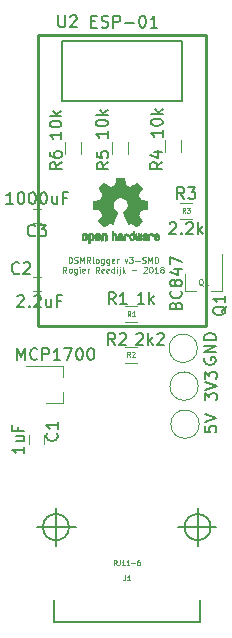
<source format=gbr>
G04 #@! TF.FileFunction,Legend,Top*
%FSLAX46Y46*%
G04 Gerber Fmt 4.6, Leading zero omitted, Abs format (unit mm)*
G04 Created by KiCad (PCBNEW 4.0.7) date 12/21/18 01:01:40*
%MOMM*%
%LPD*%
G01*
G04 APERTURE LIST*
%ADD10C,0.100000*%
%ADD11C,0.075000*%
%ADD12C,0.203200*%
%ADD13C,0.127000*%
%ADD14C,0.254000*%
%ADD15C,0.152400*%
%ADD16C,0.120000*%
%ADD17C,0.010000*%
%ADD18C,0.025400*%
%ADD19C,0.150000*%
G04 APERTURE END LIST*
D10*
D11*
X105408887Y-131792090D02*
X105408887Y-131292090D01*
X105527934Y-131292090D01*
X105599363Y-131315900D01*
X105646982Y-131363519D01*
X105670791Y-131411138D01*
X105694601Y-131506376D01*
X105694601Y-131577805D01*
X105670791Y-131673043D01*
X105646982Y-131720662D01*
X105599363Y-131768281D01*
X105527934Y-131792090D01*
X105408887Y-131792090D01*
X105885077Y-131768281D02*
X105956506Y-131792090D01*
X106075553Y-131792090D01*
X106123172Y-131768281D01*
X106146982Y-131744471D01*
X106170791Y-131696852D01*
X106170791Y-131649233D01*
X106146982Y-131601614D01*
X106123172Y-131577805D01*
X106075553Y-131553995D01*
X105980315Y-131530186D01*
X105932696Y-131506376D01*
X105908887Y-131482567D01*
X105885077Y-131434948D01*
X105885077Y-131387329D01*
X105908887Y-131339710D01*
X105932696Y-131315900D01*
X105980315Y-131292090D01*
X106099363Y-131292090D01*
X106170791Y-131315900D01*
X106385077Y-131792090D02*
X106385077Y-131292090D01*
X106551743Y-131649233D01*
X106718410Y-131292090D01*
X106718410Y-131792090D01*
X107242220Y-131792090D02*
X107075553Y-131553995D01*
X106956506Y-131792090D02*
X106956506Y-131292090D01*
X107146982Y-131292090D01*
X107194601Y-131315900D01*
X107218410Y-131339710D01*
X107242220Y-131387329D01*
X107242220Y-131458757D01*
X107218410Y-131506376D01*
X107194601Y-131530186D01*
X107146982Y-131553995D01*
X106956506Y-131553995D01*
X107527934Y-131792090D02*
X107480315Y-131768281D01*
X107456506Y-131720662D01*
X107456506Y-131292090D01*
X107789839Y-131792090D02*
X107742220Y-131768281D01*
X107718411Y-131744471D01*
X107694601Y-131696852D01*
X107694601Y-131553995D01*
X107718411Y-131506376D01*
X107742220Y-131482567D01*
X107789839Y-131458757D01*
X107861268Y-131458757D01*
X107908887Y-131482567D01*
X107932696Y-131506376D01*
X107956506Y-131553995D01*
X107956506Y-131696852D01*
X107932696Y-131744471D01*
X107908887Y-131768281D01*
X107861268Y-131792090D01*
X107789839Y-131792090D01*
X108385077Y-131458757D02*
X108385077Y-131863519D01*
X108361268Y-131911138D01*
X108337458Y-131934948D01*
X108289839Y-131958757D01*
X108218411Y-131958757D01*
X108170792Y-131934948D01*
X108385077Y-131768281D02*
X108337458Y-131792090D01*
X108242220Y-131792090D01*
X108194601Y-131768281D01*
X108170792Y-131744471D01*
X108146982Y-131696852D01*
X108146982Y-131553995D01*
X108170792Y-131506376D01*
X108194601Y-131482567D01*
X108242220Y-131458757D01*
X108337458Y-131458757D01*
X108385077Y-131482567D01*
X108837458Y-131458757D02*
X108837458Y-131863519D01*
X108813649Y-131911138D01*
X108789839Y-131934948D01*
X108742220Y-131958757D01*
X108670792Y-131958757D01*
X108623173Y-131934948D01*
X108837458Y-131768281D02*
X108789839Y-131792090D01*
X108694601Y-131792090D01*
X108646982Y-131768281D01*
X108623173Y-131744471D01*
X108599363Y-131696852D01*
X108599363Y-131553995D01*
X108623173Y-131506376D01*
X108646982Y-131482567D01*
X108694601Y-131458757D01*
X108789839Y-131458757D01*
X108837458Y-131482567D01*
X109266030Y-131768281D02*
X109218411Y-131792090D01*
X109123173Y-131792090D01*
X109075554Y-131768281D01*
X109051744Y-131720662D01*
X109051744Y-131530186D01*
X109075554Y-131482567D01*
X109123173Y-131458757D01*
X109218411Y-131458757D01*
X109266030Y-131482567D01*
X109289839Y-131530186D01*
X109289839Y-131577805D01*
X109051744Y-131625424D01*
X109504125Y-131792090D02*
X109504125Y-131458757D01*
X109504125Y-131553995D02*
X109527934Y-131506376D01*
X109551744Y-131482567D01*
X109599363Y-131458757D01*
X109646982Y-131458757D01*
X110146982Y-131458757D02*
X110266029Y-131792090D01*
X110385077Y-131458757D01*
X110527934Y-131292090D02*
X110837457Y-131292090D01*
X110670791Y-131482567D01*
X110742219Y-131482567D01*
X110789838Y-131506376D01*
X110813648Y-131530186D01*
X110837457Y-131577805D01*
X110837457Y-131696852D01*
X110813648Y-131744471D01*
X110789838Y-131768281D01*
X110742219Y-131792090D01*
X110599362Y-131792090D01*
X110551743Y-131768281D01*
X110527934Y-131744471D01*
X111051743Y-131601614D02*
X111432695Y-131601614D01*
X111646981Y-131768281D02*
X111718410Y-131792090D01*
X111837457Y-131792090D01*
X111885076Y-131768281D01*
X111908886Y-131744471D01*
X111932695Y-131696852D01*
X111932695Y-131649233D01*
X111908886Y-131601614D01*
X111885076Y-131577805D01*
X111837457Y-131553995D01*
X111742219Y-131530186D01*
X111694600Y-131506376D01*
X111670791Y-131482567D01*
X111646981Y-131434948D01*
X111646981Y-131387329D01*
X111670791Y-131339710D01*
X111694600Y-131315900D01*
X111742219Y-131292090D01*
X111861267Y-131292090D01*
X111932695Y-131315900D01*
X112146981Y-131792090D02*
X112146981Y-131292090D01*
X112313647Y-131649233D01*
X112480314Y-131292090D01*
X112480314Y-131792090D01*
X112718410Y-131792090D02*
X112718410Y-131292090D01*
X112837457Y-131292090D01*
X112908886Y-131315900D01*
X112956505Y-131363519D01*
X112980314Y-131411138D01*
X113004124Y-131506376D01*
X113004124Y-131577805D01*
X112980314Y-131673043D01*
X112956505Y-131720662D01*
X112908886Y-131768281D01*
X112837457Y-131792090D01*
X112718410Y-131792090D01*
X105230317Y-132617090D02*
X105063650Y-132378995D01*
X104944603Y-132617090D02*
X104944603Y-132117090D01*
X105135079Y-132117090D01*
X105182698Y-132140900D01*
X105206507Y-132164710D01*
X105230317Y-132212329D01*
X105230317Y-132283757D01*
X105206507Y-132331376D01*
X105182698Y-132355186D01*
X105135079Y-132378995D01*
X104944603Y-132378995D01*
X105516031Y-132617090D02*
X105468412Y-132593281D01*
X105444603Y-132569471D01*
X105420793Y-132521852D01*
X105420793Y-132378995D01*
X105444603Y-132331376D01*
X105468412Y-132307567D01*
X105516031Y-132283757D01*
X105587460Y-132283757D01*
X105635079Y-132307567D01*
X105658888Y-132331376D01*
X105682698Y-132378995D01*
X105682698Y-132521852D01*
X105658888Y-132569471D01*
X105635079Y-132593281D01*
X105587460Y-132617090D01*
X105516031Y-132617090D01*
X106111269Y-132283757D02*
X106111269Y-132688519D01*
X106087460Y-132736138D01*
X106063650Y-132759948D01*
X106016031Y-132783757D01*
X105944603Y-132783757D01*
X105896984Y-132759948D01*
X106111269Y-132593281D02*
X106063650Y-132617090D01*
X105968412Y-132617090D01*
X105920793Y-132593281D01*
X105896984Y-132569471D01*
X105873174Y-132521852D01*
X105873174Y-132378995D01*
X105896984Y-132331376D01*
X105920793Y-132307567D01*
X105968412Y-132283757D01*
X106063650Y-132283757D01*
X106111269Y-132307567D01*
X106349365Y-132617090D02*
X106349365Y-132283757D01*
X106349365Y-132117090D02*
X106325555Y-132140900D01*
X106349365Y-132164710D01*
X106373174Y-132140900D01*
X106349365Y-132117090D01*
X106349365Y-132164710D01*
X106777936Y-132593281D02*
X106730317Y-132617090D01*
X106635079Y-132617090D01*
X106587460Y-132593281D01*
X106563650Y-132545662D01*
X106563650Y-132355186D01*
X106587460Y-132307567D01*
X106635079Y-132283757D01*
X106730317Y-132283757D01*
X106777936Y-132307567D01*
X106801745Y-132355186D01*
X106801745Y-132402805D01*
X106563650Y-132450424D01*
X107016031Y-132617090D02*
X107016031Y-132283757D01*
X107016031Y-132378995D02*
X107039840Y-132331376D01*
X107063650Y-132307567D01*
X107111269Y-132283757D01*
X107158888Y-132283757D01*
X107992221Y-132617090D02*
X107825554Y-132378995D01*
X107706507Y-132617090D02*
X107706507Y-132117090D01*
X107896983Y-132117090D01*
X107944602Y-132140900D01*
X107968411Y-132164710D01*
X107992221Y-132212329D01*
X107992221Y-132283757D01*
X107968411Y-132331376D01*
X107944602Y-132355186D01*
X107896983Y-132378995D01*
X107706507Y-132378995D01*
X108396983Y-132593281D02*
X108349364Y-132617090D01*
X108254126Y-132617090D01*
X108206507Y-132593281D01*
X108182697Y-132545662D01*
X108182697Y-132355186D01*
X108206507Y-132307567D01*
X108254126Y-132283757D01*
X108349364Y-132283757D01*
X108396983Y-132307567D01*
X108420792Y-132355186D01*
X108420792Y-132402805D01*
X108182697Y-132450424D01*
X108825554Y-132593281D02*
X108777935Y-132617090D01*
X108682697Y-132617090D01*
X108635078Y-132593281D01*
X108611268Y-132545662D01*
X108611268Y-132355186D01*
X108635078Y-132307567D01*
X108682697Y-132283757D01*
X108777935Y-132283757D01*
X108825554Y-132307567D01*
X108849363Y-132355186D01*
X108849363Y-132402805D01*
X108611268Y-132450424D01*
X109277934Y-132617090D02*
X109277934Y-132117090D01*
X109277934Y-132593281D02*
X109230315Y-132617090D01*
X109135077Y-132617090D01*
X109087458Y-132593281D01*
X109063649Y-132569471D01*
X109039839Y-132521852D01*
X109039839Y-132378995D01*
X109063649Y-132331376D01*
X109087458Y-132307567D01*
X109135077Y-132283757D01*
X109230315Y-132283757D01*
X109277934Y-132307567D01*
X109516030Y-132617090D02*
X109516030Y-132283757D01*
X109516030Y-132117090D02*
X109492220Y-132140900D01*
X109516030Y-132164710D01*
X109539839Y-132140900D01*
X109516030Y-132117090D01*
X109516030Y-132164710D01*
X109754125Y-132283757D02*
X109754125Y-132712329D01*
X109730315Y-132759948D01*
X109682696Y-132783757D01*
X109658887Y-132783757D01*
X109754125Y-132117090D02*
X109730315Y-132140900D01*
X109754125Y-132164710D01*
X109777934Y-132140900D01*
X109754125Y-132117090D01*
X109754125Y-132164710D01*
X109992220Y-132617090D02*
X109992220Y-132117090D01*
X110039839Y-132426614D02*
X110182696Y-132617090D01*
X110182696Y-132283757D02*
X109992220Y-132474233D01*
X110777934Y-132426614D02*
X111158886Y-132426614D01*
X111754124Y-132164710D02*
X111777934Y-132140900D01*
X111825553Y-132117090D01*
X111944600Y-132117090D01*
X111992219Y-132140900D01*
X112016029Y-132164710D01*
X112039838Y-132212329D01*
X112039838Y-132259948D01*
X112016029Y-132331376D01*
X111730315Y-132617090D01*
X112039838Y-132617090D01*
X112349362Y-132117090D02*
X112396981Y-132117090D01*
X112444600Y-132140900D01*
X112468409Y-132164710D01*
X112492219Y-132212329D01*
X112516028Y-132307567D01*
X112516028Y-132426614D01*
X112492219Y-132521852D01*
X112468409Y-132569471D01*
X112444600Y-132593281D01*
X112396981Y-132617090D01*
X112349362Y-132617090D01*
X112301743Y-132593281D01*
X112277933Y-132569471D01*
X112254124Y-132521852D01*
X112230314Y-132426614D01*
X112230314Y-132307567D01*
X112254124Y-132212329D01*
X112277933Y-132164710D01*
X112301743Y-132140900D01*
X112349362Y-132117090D01*
X112992218Y-132617090D02*
X112706504Y-132617090D01*
X112849361Y-132617090D02*
X112849361Y-132117090D01*
X112801742Y-132188519D01*
X112754123Y-132236138D01*
X112706504Y-132259948D01*
X113277932Y-132331376D02*
X113230313Y-132307567D01*
X113206504Y-132283757D01*
X113182694Y-132236138D01*
X113182694Y-132212329D01*
X113206504Y-132164710D01*
X113230313Y-132140900D01*
X113277932Y-132117090D01*
X113373170Y-132117090D01*
X113420789Y-132140900D01*
X113444599Y-132164710D01*
X113468408Y-132212329D01*
X113468408Y-132236138D01*
X113444599Y-132283757D01*
X113420789Y-132307567D01*
X113373170Y-132331376D01*
X113277932Y-132331376D01*
X113230313Y-132355186D01*
X113206504Y-132378995D01*
X113182694Y-132426614D01*
X113182694Y-132521852D01*
X113206504Y-132569471D01*
X113230313Y-132593281D01*
X113277932Y-132617090D01*
X113373170Y-132617090D01*
X113420789Y-132593281D01*
X113444599Y-132569471D01*
X113468408Y-132521852D01*
X113468408Y-132426614D01*
X113444599Y-132378995D01*
X113420789Y-132355186D01*
X113373170Y-132331376D01*
D12*
X116537600Y-160352600D02*
X116537600Y-162152600D01*
X116537600Y-162152600D02*
X104137600Y-162152600D01*
X104137600Y-162152600D02*
X104137600Y-160352600D01*
D13*
X117442811Y-154152600D02*
G75*
G03X117442811Y-154152600I-1105211J0D01*
G01*
X117932200Y-154152600D02*
X114681000Y-154152600D01*
X116337600Y-152527000D02*
X116337600Y-155778200D01*
X105442811Y-154152600D02*
G75*
G03X105442811Y-154152600I-1105211J0D01*
G01*
X106019600Y-154178000D02*
X102768400Y-154178000D01*
X104337600Y-152527000D02*
X104337600Y-155778200D01*
D14*
X117068600Y-112522000D02*
X117068600Y-137160000D01*
X117068600Y-137160000D02*
X102844600Y-137160000D01*
X102844600Y-137160000D02*
X102844600Y-112522000D01*
X102844600Y-112522000D02*
X117068600Y-112522000D01*
D15*
X115036600Y-115570000D02*
X115036600Y-113030000D01*
X115036600Y-113030000D02*
X112496600Y-113030000D01*
X112496600Y-113030000D02*
X104876600Y-113030000D01*
X104876600Y-113030000D02*
X104876600Y-118110000D01*
X104876600Y-118110000D02*
X115036600Y-118110000D01*
X115036600Y-118110000D02*
X115036600Y-115570000D01*
D16*
X103292200Y-146385800D02*
X103292200Y-147085800D01*
X102092200Y-147085800D02*
X102092200Y-146385800D01*
X103093000Y-134204000D02*
X102393000Y-134204000D01*
X102393000Y-133004000D02*
X103093000Y-133004000D01*
X103093000Y-128438200D02*
X102393000Y-128438200D01*
X102393000Y-127238200D02*
X103093000Y-127238200D01*
X115260000Y-134186200D02*
X116190000Y-134186200D01*
X118420000Y-134186200D02*
X117490000Y-134186200D01*
X118420000Y-134186200D02*
X118420000Y-131026200D01*
X115260000Y-134186200D02*
X115260000Y-132726200D01*
X110218600Y-135413200D02*
X111218600Y-135413200D01*
X111218600Y-136773200D02*
X110218600Y-136773200D01*
X111193200Y-140227600D02*
X110193200Y-140227600D01*
X110193200Y-138867600D02*
X111193200Y-138867600D01*
X115866800Y-128035600D02*
X114866800Y-128035600D01*
X114866800Y-126675600D02*
X115866800Y-126675600D01*
X114929200Y-121420000D02*
X114929200Y-122420000D01*
X113569200Y-122420000D02*
X113569200Y-121420000D01*
X110408000Y-121521600D02*
X110408000Y-122521600D01*
X109048000Y-122521600D02*
X109048000Y-121521600D01*
X106445600Y-121547000D02*
X106445600Y-122547000D01*
X105085600Y-122547000D02*
X105085600Y-121547000D01*
X104950800Y-143667600D02*
X104950800Y-142737600D01*
X104950800Y-140507600D02*
X104950800Y-141437600D01*
X104950800Y-140507600D02*
X101790800Y-140507600D01*
X104950800Y-143667600D02*
X103490800Y-143667600D01*
X116389000Y-142214600D02*
G75*
G03X116389000Y-142214600I-1200000J0D01*
G01*
X116465200Y-145440400D02*
G75*
G03X116465200Y-145440400I-1200000J0D01*
G01*
X116312800Y-139014200D02*
G75*
G03X116312800Y-139014200I-1200000J0D01*
G01*
D17*
G36*
X107378544Y-129250118D02*
X107434001Y-129277768D01*
X107482948Y-129328680D01*
X107496429Y-129347538D01*
X107511114Y-129372215D01*
X107520642Y-129399016D01*
X107526093Y-129434787D01*
X107528547Y-129486369D01*
X107529086Y-129554467D01*
X107526652Y-129647788D01*
X107518194Y-129717857D01*
X107501974Y-129770131D01*
X107476254Y-129810069D01*
X107439297Y-129843129D01*
X107436582Y-129845086D01*
X107400160Y-129865108D01*
X107356302Y-129875015D01*
X107300524Y-129877457D01*
X107209848Y-129877457D01*
X107209810Y-129965483D01*
X107208966Y-130014508D01*
X107203824Y-130043265D01*
X107190387Y-130060511D01*
X107164658Y-130075008D01*
X107158479Y-130077969D01*
X107129564Y-130091848D01*
X107107176Y-130100614D01*
X107090529Y-130101371D01*
X107078836Y-130091223D01*
X107071310Y-130067273D01*
X107067166Y-130026626D01*
X107065615Y-129966386D01*
X107065871Y-129883655D01*
X107067149Y-129775539D01*
X107067548Y-129743200D01*
X107068985Y-129631724D01*
X107070272Y-129558803D01*
X107209771Y-129558803D01*
X107210555Y-129620699D01*
X107214040Y-129661197D01*
X107221924Y-129687908D01*
X107235905Y-129708444D01*
X107245397Y-129718460D01*
X107284204Y-129747767D01*
X107318563Y-129750152D01*
X107354016Y-129725950D01*
X107354914Y-129725057D01*
X107369339Y-129706353D01*
X107378113Y-129680932D01*
X107382539Y-129641784D01*
X107383918Y-129581897D01*
X107383943Y-129568630D01*
X107380612Y-129486101D01*
X107369769Y-129428891D01*
X107350140Y-129393966D01*
X107320450Y-129378294D01*
X107303291Y-129376714D01*
X107262566Y-129384126D01*
X107234632Y-129408530D01*
X107217817Y-129453180D01*
X107210450Y-129521330D01*
X107209771Y-129558803D01*
X107070272Y-129558803D01*
X107070508Y-129545445D01*
X107072477Y-129480533D01*
X107075250Y-129433158D01*
X107079188Y-129399490D01*
X107084649Y-129375698D01*
X107091992Y-129357953D01*
X107101577Y-129342424D01*
X107105687Y-129336581D01*
X107160205Y-129281385D01*
X107229136Y-129250090D01*
X107308872Y-129241365D01*
X107378544Y-129250118D01*
X107378544Y-129250118D01*
G37*
X107378544Y-129250118D02*
X107434001Y-129277768D01*
X107482948Y-129328680D01*
X107496429Y-129347538D01*
X107511114Y-129372215D01*
X107520642Y-129399016D01*
X107526093Y-129434787D01*
X107528547Y-129486369D01*
X107529086Y-129554467D01*
X107526652Y-129647788D01*
X107518194Y-129717857D01*
X107501974Y-129770131D01*
X107476254Y-129810069D01*
X107439297Y-129843129D01*
X107436582Y-129845086D01*
X107400160Y-129865108D01*
X107356302Y-129875015D01*
X107300524Y-129877457D01*
X107209848Y-129877457D01*
X107209810Y-129965483D01*
X107208966Y-130014508D01*
X107203824Y-130043265D01*
X107190387Y-130060511D01*
X107164658Y-130075008D01*
X107158479Y-130077969D01*
X107129564Y-130091848D01*
X107107176Y-130100614D01*
X107090529Y-130101371D01*
X107078836Y-130091223D01*
X107071310Y-130067273D01*
X107067166Y-130026626D01*
X107065615Y-129966386D01*
X107065871Y-129883655D01*
X107067149Y-129775539D01*
X107067548Y-129743200D01*
X107068985Y-129631724D01*
X107070272Y-129558803D01*
X107209771Y-129558803D01*
X107210555Y-129620699D01*
X107214040Y-129661197D01*
X107221924Y-129687908D01*
X107235905Y-129708444D01*
X107245397Y-129718460D01*
X107284204Y-129747767D01*
X107318563Y-129750152D01*
X107354016Y-129725950D01*
X107354914Y-129725057D01*
X107369339Y-129706353D01*
X107378113Y-129680932D01*
X107382539Y-129641784D01*
X107383918Y-129581897D01*
X107383943Y-129568630D01*
X107380612Y-129486101D01*
X107369769Y-129428891D01*
X107350140Y-129393966D01*
X107320450Y-129378294D01*
X107303291Y-129376714D01*
X107262566Y-129384126D01*
X107234632Y-129408530D01*
X107217817Y-129453180D01*
X107210450Y-129521330D01*
X107209771Y-129558803D01*
X107070272Y-129558803D01*
X107070508Y-129545445D01*
X107072477Y-129480533D01*
X107075250Y-129433158D01*
X107079188Y-129399490D01*
X107084649Y-129375698D01*
X107091992Y-129357953D01*
X107101577Y-129342424D01*
X107105687Y-129336581D01*
X107160205Y-129281385D01*
X107229136Y-129250090D01*
X107308872Y-129241365D01*
X107378544Y-129250118D01*
G36*
X108494893Y-129257980D02*
X108541472Y-129284923D01*
X108573857Y-129311666D01*
X108597542Y-129339684D01*
X108613859Y-129373948D01*
X108624139Y-129419427D01*
X108629714Y-129481092D01*
X108631916Y-129563911D01*
X108632171Y-129623446D01*
X108632171Y-129842591D01*
X108570486Y-129870244D01*
X108508800Y-129897897D01*
X108501543Y-129657870D01*
X108498544Y-129568228D01*
X108495398Y-129503162D01*
X108491501Y-129458226D01*
X108486247Y-129428970D01*
X108479031Y-129410948D01*
X108469250Y-129399711D01*
X108466112Y-129397279D01*
X108418561Y-129378283D01*
X108370497Y-129385800D01*
X108341886Y-129405743D01*
X108330247Y-129419875D01*
X108322191Y-129438420D01*
X108317071Y-129466534D01*
X108314241Y-129509373D01*
X108313056Y-129572095D01*
X108312857Y-129637461D01*
X108312818Y-129719468D01*
X108311414Y-129777516D01*
X108306714Y-129816665D01*
X108296787Y-129841980D01*
X108279703Y-129858523D01*
X108253532Y-129871356D01*
X108218575Y-129884691D01*
X108180396Y-129899207D01*
X108184941Y-129641589D01*
X108186771Y-129548719D01*
X108188912Y-129480089D01*
X108191981Y-129430911D01*
X108196594Y-129396398D01*
X108203368Y-129371762D01*
X108212919Y-129352216D01*
X108224434Y-129334970D01*
X108279990Y-129279880D01*
X108347780Y-129248022D01*
X108421513Y-129240391D01*
X108494893Y-129257980D01*
X108494893Y-129257980D01*
G37*
X108494893Y-129257980D02*
X108541472Y-129284923D01*
X108573857Y-129311666D01*
X108597542Y-129339684D01*
X108613859Y-129373948D01*
X108624139Y-129419427D01*
X108629714Y-129481092D01*
X108631916Y-129563911D01*
X108632171Y-129623446D01*
X108632171Y-129842591D01*
X108570486Y-129870244D01*
X108508800Y-129897897D01*
X108501543Y-129657870D01*
X108498544Y-129568228D01*
X108495398Y-129503162D01*
X108491501Y-129458226D01*
X108486247Y-129428970D01*
X108479031Y-129410948D01*
X108469250Y-129399711D01*
X108466112Y-129397279D01*
X108418561Y-129378283D01*
X108370497Y-129385800D01*
X108341886Y-129405743D01*
X108330247Y-129419875D01*
X108322191Y-129438420D01*
X108317071Y-129466534D01*
X108314241Y-129509373D01*
X108313056Y-129572095D01*
X108312857Y-129637461D01*
X108312818Y-129719468D01*
X108311414Y-129777516D01*
X108306714Y-129816665D01*
X108296787Y-129841980D01*
X108279703Y-129858523D01*
X108253532Y-129871356D01*
X108218575Y-129884691D01*
X108180396Y-129899207D01*
X108184941Y-129641589D01*
X108186771Y-129548719D01*
X108188912Y-129480089D01*
X108191981Y-129430911D01*
X108196594Y-129396398D01*
X108203368Y-129371762D01*
X108212919Y-129352216D01*
X108224434Y-129334970D01*
X108279990Y-129279880D01*
X108347780Y-129248022D01*
X108421513Y-129240391D01*
X108494893Y-129257980D01*
G36*
X106819915Y-129252162D02*
X106887945Y-129287933D01*
X106938151Y-129345501D01*
X106955985Y-129382512D01*
X106969863Y-129438082D01*
X106976967Y-129508296D01*
X106977640Y-129584927D01*
X106972227Y-129659752D01*
X106961070Y-129724542D01*
X106944514Y-129771073D01*
X106939426Y-129779087D01*
X106879155Y-129838907D01*
X106807569Y-129874735D01*
X106729892Y-129885220D01*
X106651348Y-129869010D01*
X106629489Y-129859292D01*
X106586922Y-129829343D01*
X106549563Y-129789633D01*
X106546032Y-129784597D01*
X106531681Y-129760324D01*
X106522194Y-129734378D01*
X106516590Y-129700222D01*
X106513886Y-129651319D01*
X106513099Y-129581135D01*
X106513086Y-129565400D01*
X106513122Y-129560392D01*
X106658229Y-129560392D01*
X106659073Y-129626630D01*
X106662396Y-129670586D01*
X106669383Y-129698979D01*
X106681216Y-129718525D01*
X106687257Y-129725057D01*
X106721986Y-129749880D01*
X106755703Y-129748748D01*
X106789795Y-129727216D01*
X106810129Y-129704229D01*
X106822171Y-129670678D01*
X106828934Y-129617769D01*
X106829398Y-129611599D01*
X106830552Y-129515713D01*
X106818488Y-129444499D01*
X106793370Y-129398394D01*
X106755360Y-129377835D01*
X106741792Y-129376714D01*
X106706164Y-129382352D01*
X106681794Y-129401886D01*
X106666893Y-129439242D01*
X106659675Y-129498350D01*
X106658229Y-129560392D01*
X106513122Y-129560392D01*
X106513626Y-129490613D01*
X106515896Y-129438359D01*
X106520868Y-129402149D01*
X106529513Y-129375499D01*
X106542805Y-129351922D01*
X106545743Y-129347538D01*
X106595113Y-129288449D01*
X106648909Y-129254147D01*
X106714402Y-129240531D01*
X106736642Y-129239865D01*
X106819915Y-129252162D01*
X106819915Y-129252162D01*
G37*
X106819915Y-129252162D02*
X106887945Y-129287933D01*
X106938151Y-129345501D01*
X106955985Y-129382512D01*
X106969863Y-129438082D01*
X106976967Y-129508296D01*
X106977640Y-129584927D01*
X106972227Y-129659752D01*
X106961070Y-129724542D01*
X106944514Y-129771073D01*
X106939426Y-129779087D01*
X106879155Y-129838907D01*
X106807569Y-129874735D01*
X106729892Y-129885220D01*
X106651348Y-129869010D01*
X106629489Y-129859292D01*
X106586922Y-129829343D01*
X106549563Y-129789633D01*
X106546032Y-129784597D01*
X106531681Y-129760324D01*
X106522194Y-129734378D01*
X106516590Y-129700222D01*
X106513886Y-129651319D01*
X106513099Y-129581135D01*
X106513086Y-129565400D01*
X106513122Y-129560392D01*
X106658229Y-129560392D01*
X106659073Y-129626630D01*
X106662396Y-129670586D01*
X106669383Y-129698979D01*
X106681216Y-129718525D01*
X106687257Y-129725057D01*
X106721986Y-129749880D01*
X106755703Y-129748748D01*
X106789795Y-129727216D01*
X106810129Y-129704229D01*
X106822171Y-129670678D01*
X106828934Y-129617769D01*
X106829398Y-129611599D01*
X106830552Y-129515713D01*
X106818488Y-129444499D01*
X106793370Y-129398394D01*
X106755360Y-129377835D01*
X106741792Y-129376714D01*
X106706164Y-129382352D01*
X106681794Y-129401886D01*
X106666893Y-129439242D01*
X106659675Y-129498350D01*
X106658229Y-129560392D01*
X106513122Y-129560392D01*
X106513626Y-129490613D01*
X106515896Y-129438359D01*
X106520868Y-129402149D01*
X106529513Y-129375499D01*
X106542805Y-129351922D01*
X106545743Y-129347538D01*
X106595113Y-129288449D01*
X106648909Y-129254147D01*
X106714402Y-129240531D01*
X106736642Y-129239865D01*
X106819915Y-129252162D01*
G36*
X107947103Y-129261439D02*
X108004327Y-129299935D01*
X108048549Y-129355535D01*
X108074967Y-129426286D01*
X108080310Y-129478362D01*
X108079703Y-129500093D01*
X108074622Y-129516731D01*
X108060655Y-129531637D01*
X108033389Y-129548173D01*
X107988412Y-129569698D01*
X107921311Y-129599574D01*
X107920971Y-129599724D01*
X107859207Y-129628013D01*
X107808559Y-129653133D01*
X107774204Y-129672379D01*
X107761318Y-129683048D01*
X107761314Y-129683134D01*
X107772672Y-129706366D01*
X107799231Y-129731974D01*
X107829723Y-129750421D01*
X107845170Y-129754086D01*
X107887315Y-129741412D01*
X107923608Y-129709671D01*
X107941317Y-129674772D01*
X107958352Y-129649045D01*
X107991722Y-129619746D01*
X108030949Y-129594435D01*
X108065556Y-129580671D01*
X108072793Y-129579914D01*
X108080939Y-129592360D01*
X108081430Y-129624172D01*
X108075443Y-129667066D01*
X108064157Y-129712758D01*
X108048750Y-129752961D01*
X108047971Y-129754522D01*
X108001604Y-129819262D01*
X107941511Y-129863297D01*
X107873265Y-129884911D01*
X107802438Y-129882385D01*
X107734604Y-129854004D01*
X107731588Y-129852008D01*
X107678227Y-129803648D01*
X107643140Y-129740552D01*
X107623722Y-129657587D01*
X107621116Y-129634278D01*
X107616501Y-129524255D01*
X107622033Y-129472948D01*
X107761314Y-129472948D01*
X107763124Y-129504953D01*
X107773022Y-129514293D01*
X107797698Y-129507305D01*
X107836595Y-129490787D01*
X107880075Y-129470081D01*
X107881156Y-129469533D01*
X107918009Y-129450149D01*
X107932800Y-129437213D01*
X107929153Y-129423651D01*
X107913795Y-129405832D01*
X107874723Y-129380045D01*
X107832646Y-129378150D01*
X107794903Y-129396917D01*
X107768834Y-129433115D01*
X107761314Y-129472948D01*
X107622033Y-129472948D01*
X107625994Y-129436227D01*
X107650350Y-129366412D01*
X107684256Y-129317502D01*
X107745453Y-129268078D01*
X107812863Y-129243559D01*
X107881680Y-129241997D01*
X107947103Y-129261439D01*
X107947103Y-129261439D01*
G37*
X107947103Y-129261439D02*
X108004327Y-129299935D01*
X108048549Y-129355535D01*
X108074967Y-129426286D01*
X108080310Y-129478362D01*
X108079703Y-129500093D01*
X108074622Y-129516731D01*
X108060655Y-129531637D01*
X108033389Y-129548173D01*
X107988412Y-129569698D01*
X107921311Y-129599574D01*
X107920971Y-129599724D01*
X107859207Y-129628013D01*
X107808559Y-129653133D01*
X107774204Y-129672379D01*
X107761318Y-129683048D01*
X107761314Y-129683134D01*
X107772672Y-129706366D01*
X107799231Y-129731974D01*
X107829723Y-129750421D01*
X107845170Y-129754086D01*
X107887315Y-129741412D01*
X107923608Y-129709671D01*
X107941317Y-129674772D01*
X107958352Y-129649045D01*
X107991722Y-129619746D01*
X108030949Y-129594435D01*
X108065556Y-129580671D01*
X108072793Y-129579914D01*
X108080939Y-129592360D01*
X108081430Y-129624172D01*
X108075443Y-129667066D01*
X108064157Y-129712758D01*
X108048750Y-129752961D01*
X108047971Y-129754522D01*
X108001604Y-129819262D01*
X107941511Y-129863297D01*
X107873265Y-129884911D01*
X107802438Y-129882385D01*
X107734604Y-129854004D01*
X107731588Y-129852008D01*
X107678227Y-129803648D01*
X107643140Y-129740552D01*
X107623722Y-129657587D01*
X107621116Y-129634278D01*
X107616501Y-129524255D01*
X107622033Y-129472948D01*
X107761314Y-129472948D01*
X107763124Y-129504953D01*
X107773022Y-129514293D01*
X107797698Y-129507305D01*
X107836595Y-129490787D01*
X107880075Y-129470081D01*
X107881156Y-129469533D01*
X107918009Y-129450149D01*
X107932800Y-129437213D01*
X107929153Y-129423651D01*
X107913795Y-129405832D01*
X107874723Y-129380045D01*
X107832646Y-129378150D01*
X107794903Y-129396917D01*
X107768834Y-129433115D01*
X107761314Y-129472948D01*
X107622033Y-129472948D01*
X107625994Y-129436227D01*
X107650350Y-129366412D01*
X107684256Y-129317502D01*
X107745453Y-129268078D01*
X107812863Y-129243559D01*
X107881680Y-129241997D01*
X107947103Y-129261439D01*
G36*
X109154686Y-129181489D02*
X109158939Y-129240813D01*
X109163825Y-129275772D01*
X109170595Y-129291020D01*
X109180502Y-129291215D01*
X109183714Y-129289395D01*
X109226444Y-129276215D01*
X109282027Y-129276985D01*
X109338537Y-129290533D01*
X109373882Y-129308061D01*
X109410121Y-129336061D01*
X109436613Y-129367749D01*
X109454799Y-129408013D01*
X109466122Y-129461743D01*
X109472022Y-129533826D01*
X109473943Y-129629151D01*
X109473977Y-129647437D01*
X109474000Y-129852846D01*
X109428291Y-129868780D01*
X109395827Y-129879620D01*
X109378015Y-129884668D01*
X109377491Y-129884714D01*
X109375737Y-129871028D01*
X109374244Y-129833276D01*
X109373126Y-129776424D01*
X109372497Y-129705434D01*
X109372400Y-129662273D01*
X109372198Y-129577173D01*
X109371158Y-129516181D01*
X109368631Y-129474377D01*
X109363964Y-129446842D01*
X109356507Y-129428656D01*
X109345611Y-129414898D01*
X109338807Y-129408273D01*
X109292072Y-129381575D01*
X109241072Y-129379575D01*
X109194801Y-129402155D01*
X109186244Y-129410307D01*
X109173693Y-129425636D01*
X109164988Y-129443818D01*
X109159431Y-129470109D01*
X109156326Y-129509762D01*
X109154976Y-129568032D01*
X109154686Y-129648373D01*
X109154686Y-129852846D01*
X109108977Y-129868780D01*
X109076513Y-129879620D01*
X109058701Y-129884668D01*
X109058177Y-129884714D01*
X109056837Y-129870823D01*
X109055628Y-129831639D01*
X109054601Y-129770900D01*
X109053802Y-129692341D01*
X109053281Y-129599698D01*
X109053086Y-129496709D01*
X109053086Y-129099542D01*
X109100257Y-129079644D01*
X109147429Y-129059747D01*
X109154686Y-129181489D01*
X109154686Y-129181489D01*
G37*
X109154686Y-129181489D02*
X109158939Y-129240813D01*
X109163825Y-129275772D01*
X109170595Y-129291020D01*
X109180502Y-129291215D01*
X109183714Y-129289395D01*
X109226444Y-129276215D01*
X109282027Y-129276985D01*
X109338537Y-129290533D01*
X109373882Y-129308061D01*
X109410121Y-129336061D01*
X109436613Y-129367749D01*
X109454799Y-129408013D01*
X109466122Y-129461743D01*
X109472022Y-129533826D01*
X109473943Y-129629151D01*
X109473977Y-129647437D01*
X109474000Y-129852846D01*
X109428291Y-129868780D01*
X109395827Y-129879620D01*
X109378015Y-129884668D01*
X109377491Y-129884714D01*
X109375737Y-129871028D01*
X109374244Y-129833276D01*
X109373126Y-129776424D01*
X109372497Y-129705434D01*
X109372400Y-129662273D01*
X109372198Y-129577173D01*
X109371158Y-129516181D01*
X109368631Y-129474377D01*
X109363964Y-129446842D01*
X109356507Y-129428656D01*
X109345611Y-129414898D01*
X109338807Y-129408273D01*
X109292072Y-129381575D01*
X109241072Y-129379575D01*
X109194801Y-129402155D01*
X109186244Y-129410307D01*
X109173693Y-129425636D01*
X109164988Y-129443818D01*
X109159431Y-129470109D01*
X109156326Y-129509762D01*
X109154976Y-129568032D01*
X109154686Y-129648373D01*
X109154686Y-129852846D01*
X109108977Y-129868780D01*
X109076513Y-129879620D01*
X109058701Y-129884668D01*
X109058177Y-129884714D01*
X109056837Y-129870823D01*
X109055628Y-129831639D01*
X109054601Y-129770900D01*
X109053802Y-129692341D01*
X109053281Y-129599698D01*
X109053086Y-129496709D01*
X109053086Y-129099542D01*
X109100257Y-129079644D01*
X109147429Y-129059747D01*
X109154686Y-129181489D01*
G36*
X109818544Y-129281168D02*
X109875416Y-129302287D01*
X109876067Y-129302693D01*
X109911240Y-129328580D01*
X109937207Y-129358833D01*
X109955470Y-129398258D01*
X109967532Y-129451662D01*
X109974896Y-129523851D01*
X109979064Y-129619632D01*
X109979429Y-129633278D01*
X109984676Y-129839042D01*
X109940516Y-129861878D01*
X109908563Y-129877310D01*
X109889270Y-129884623D01*
X109888378Y-129884714D01*
X109885039Y-129871222D01*
X109882387Y-129834826D01*
X109880756Y-129781652D01*
X109880400Y-129738593D01*
X109880392Y-129668841D01*
X109877203Y-129625037D01*
X109866088Y-129604144D01*
X109842301Y-129603125D01*
X109801096Y-129618941D01*
X109738886Y-129648015D01*
X109693141Y-129672163D01*
X109669613Y-129693113D01*
X109662696Y-129715947D01*
X109662686Y-129717077D01*
X109674099Y-129756412D01*
X109707892Y-129777662D01*
X109759609Y-129780739D01*
X109796861Y-129780206D01*
X109816503Y-129790935D01*
X109828752Y-129816705D01*
X109835802Y-129849537D01*
X109825642Y-129868166D01*
X109821817Y-129870832D01*
X109785801Y-129881540D01*
X109735366Y-129883056D01*
X109683426Y-129875959D01*
X109646622Y-129862988D01*
X109595738Y-129819785D01*
X109566814Y-129759646D01*
X109561086Y-129712662D01*
X109565457Y-129670282D01*
X109581275Y-129635688D01*
X109612597Y-129604963D01*
X109663478Y-129574190D01*
X109737976Y-129539452D01*
X109742514Y-129537488D01*
X109809621Y-129506487D01*
X109851032Y-129481062D01*
X109868781Y-129458214D01*
X109864907Y-129434945D01*
X109841443Y-129408256D01*
X109834427Y-129402114D01*
X109787430Y-129378300D01*
X109738733Y-129379303D01*
X109696322Y-129402651D01*
X109668184Y-129445875D01*
X109665569Y-129454360D01*
X109640108Y-129495508D01*
X109607801Y-129515328D01*
X109561086Y-129534970D01*
X109561086Y-129484150D01*
X109575296Y-129410282D01*
X109617475Y-129342527D01*
X109639424Y-129319861D01*
X109689317Y-129290769D01*
X109752767Y-129277600D01*
X109818544Y-129281168D01*
X109818544Y-129281168D01*
G37*
X109818544Y-129281168D02*
X109875416Y-129302287D01*
X109876067Y-129302693D01*
X109911240Y-129328580D01*
X109937207Y-129358833D01*
X109955470Y-129398258D01*
X109967532Y-129451662D01*
X109974896Y-129523851D01*
X109979064Y-129619632D01*
X109979429Y-129633278D01*
X109984676Y-129839042D01*
X109940516Y-129861878D01*
X109908563Y-129877310D01*
X109889270Y-129884623D01*
X109888378Y-129884714D01*
X109885039Y-129871222D01*
X109882387Y-129834826D01*
X109880756Y-129781652D01*
X109880400Y-129738593D01*
X109880392Y-129668841D01*
X109877203Y-129625037D01*
X109866088Y-129604144D01*
X109842301Y-129603125D01*
X109801096Y-129618941D01*
X109738886Y-129648015D01*
X109693141Y-129672163D01*
X109669613Y-129693113D01*
X109662696Y-129715947D01*
X109662686Y-129717077D01*
X109674099Y-129756412D01*
X109707892Y-129777662D01*
X109759609Y-129780739D01*
X109796861Y-129780206D01*
X109816503Y-129790935D01*
X109828752Y-129816705D01*
X109835802Y-129849537D01*
X109825642Y-129868166D01*
X109821817Y-129870832D01*
X109785801Y-129881540D01*
X109735366Y-129883056D01*
X109683426Y-129875959D01*
X109646622Y-129862988D01*
X109595738Y-129819785D01*
X109566814Y-129759646D01*
X109561086Y-129712662D01*
X109565457Y-129670282D01*
X109581275Y-129635688D01*
X109612597Y-129604963D01*
X109663478Y-129574190D01*
X109737976Y-129539452D01*
X109742514Y-129537488D01*
X109809621Y-129506487D01*
X109851032Y-129481062D01*
X109868781Y-129458214D01*
X109864907Y-129434945D01*
X109841443Y-129408256D01*
X109834427Y-129402114D01*
X109787430Y-129378300D01*
X109738733Y-129379303D01*
X109696322Y-129402651D01*
X109668184Y-129445875D01*
X109665569Y-129454360D01*
X109640108Y-129495508D01*
X109607801Y-129515328D01*
X109561086Y-129534970D01*
X109561086Y-129484150D01*
X109575296Y-129410282D01*
X109617475Y-129342527D01*
X109639424Y-129319861D01*
X109689317Y-129290769D01*
X109752767Y-129277600D01*
X109818544Y-129281168D01*
G36*
X110308726Y-129279955D02*
X110374658Y-129304284D01*
X110428073Y-129347317D01*
X110448964Y-129377609D01*
X110471739Y-129433194D01*
X110471266Y-129473386D01*
X110447362Y-129500417D01*
X110438517Y-129505013D01*
X110400330Y-129519344D01*
X110380828Y-129515672D01*
X110374222Y-129491607D01*
X110373886Y-129478314D01*
X110361792Y-129429410D01*
X110330271Y-129395199D01*
X110286459Y-129378676D01*
X110237495Y-129382834D01*
X110197694Y-129404427D01*
X110184250Y-129416744D01*
X110174721Y-129431687D01*
X110168285Y-129454275D01*
X110164117Y-129489528D01*
X110161397Y-129542466D01*
X110159302Y-129618107D01*
X110158760Y-129642057D01*
X110156781Y-129723990D01*
X110154531Y-129781655D01*
X110151157Y-129819808D01*
X110145806Y-129843204D01*
X110137624Y-129856598D01*
X110125759Y-129864745D01*
X110118162Y-129868344D01*
X110085902Y-129880652D01*
X110066911Y-129884714D01*
X110060636Y-129871148D01*
X110056806Y-129830134D01*
X110055400Y-129761199D01*
X110056398Y-129663869D01*
X110056708Y-129648857D01*
X110058901Y-129560059D01*
X110061493Y-129495219D01*
X110065182Y-129449267D01*
X110070664Y-129417135D01*
X110078635Y-129393753D01*
X110089793Y-129374052D01*
X110095630Y-129365610D01*
X110129096Y-129328257D01*
X110166527Y-129299203D01*
X110171109Y-129296667D01*
X110238226Y-129276643D01*
X110308726Y-129279955D01*
X110308726Y-129279955D01*
G37*
X110308726Y-129279955D02*
X110374658Y-129304284D01*
X110428073Y-129347317D01*
X110448964Y-129377609D01*
X110471739Y-129433194D01*
X110471266Y-129473386D01*
X110447362Y-129500417D01*
X110438517Y-129505013D01*
X110400330Y-129519344D01*
X110380828Y-129515672D01*
X110374222Y-129491607D01*
X110373886Y-129478314D01*
X110361792Y-129429410D01*
X110330271Y-129395199D01*
X110286459Y-129378676D01*
X110237495Y-129382834D01*
X110197694Y-129404427D01*
X110184250Y-129416744D01*
X110174721Y-129431687D01*
X110168285Y-129454275D01*
X110164117Y-129489528D01*
X110161397Y-129542466D01*
X110159302Y-129618107D01*
X110158760Y-129642057D01*
X110156781Y-129723990D01*
X110154531Y-129781655D01*
X110151157Y-129819808D01*
X110145806Y-129843204D01*
X110137624Y-129856598D01*
X110125759Y-129864745D01*
X110118162Y-129868344D01*
X110085902Y-129880652D01*
X110066911Y-129884714D01*
X110060636Y-129871148D01*
X110056806Y-129830134D01*
X110055400Y-129761199D01*
X110056398Y-129663869D01*
X110056708Y-129648857D01*
X110058901Y-129560059D01*
X110061493Y-129495219D01*
X110065182Y-129449267D01*
X110070664Y-129417135D01*
X110078635Y-129393753D01*
X110089793Y-129374052D01*
X110095630Y-129365610D01*
X110129096Y-129328257D01*
X110166527Y-129299203D01*
X110171109Y-129296667D01*
X110238226Y-129276643D01*
X110308726Y-129279955D01*
G36*
X110968917Y-129395558D02*
X110968733Y-129504037D01*
X110968019Y-129587487D01*
X110966475Y-129649904D01*
X110963801Y-129695285D01*
X110959694Y-129727629D01*
X110953855Y-129750933D01*
X110945982Y-129769195D01*
X110940021Y-129779618D01*
X110890655Y-129836145D01*
X110828064Y-129871577D01*
X110758813Y-129884290D01*
X110689468Y-129872663D01*
X110648175Y-129851768D01*
X110604825Y-129815622D01*
X110575281Y-129771476D01*
X110557455Y-129713662D01*
X110549263Y-129636513D01*
X110548102Y-129579914D01*
X110548258Y-129575847D01*
X110649657Y-129575847D01*
X110650276Y-129640750D01*
X110653114Y-129683714D01*
X110659640Y-129711822D01*
X110671323Y-129732153D01*
X110685283Y-129747488D01*
X110732165Y-129777090D01*
X110782501Y-129779619D01*
X110830076Y-129754905D01*
X110833779Y-129751556D01*
X110849583Y-129734135D01*
X110859493Y-129713409D01*
X110864858Y-129682562D01*
X110867028Y-129634777D01*
X110867371Y-129581948D01*
X110866627Y-129515581D01*
X110863548Y-129471306D01*
X110856861Y-129442209D01*
X110845296Y-129421373D01*
X110835813Y-129410307D01*
X110791760Y-129382398D01*
X110741024Y-129379043D01*
X110692596Y-129400359D01*
X110683250Y-129408273D01*
X110667340Y-129425847D01*
X110657410Y-129446787D01*
X110652078Y-129477982D01*
X110649963Y-129526322D01*
X110649657Y-129575847D01*
X110548258Y-129575847D01*
X110551610Y-129488768D01*
X110563526Y-129420286D01*
X110585935Y-129368800D01*
X110620924Y-129328643D01*
X110648175Y-129308061D01*
X110697707Y-129285825D01*
X110755116Y-129275504D01*
X110808482Y-129278267D01*
X110838343Y-129289412D01*
X110850061Y-129292583D01*
X110857837Y-129280757D01*
X110863265Y-129249066D01*
X110867371Y-129200793D01*
X110871867Y-129147029D01*
X110878113Y-129114682D01*
X110889476Y-129096185D01*
X110909328Y-129083970D01*
X110921800Y-129078562D01*
X110968971Y-129058801D01*
X110968917Y-129395558D01*
X110968917Y-129395558D01*
G37*
X110968917Y-129395558D02*
X110968733Y-129504037D01*
X110968019Y-129587487D01*
X110966475Y-129649904D01*
X110963801Y-129695285D01*
X110959694Y-129727629D01*
X110953855Y-129750933D01*
X110945982Y-129769195D01*
X110940021Y-129779618D01*
X110890655Y-129836145D01*
X110828064Y-129871577D01*
X110758813Y-129884290D01*
X110689468Y-129872663D01*
X110648175Y-129851768D01*
X110604825Y-129815622D01*
X110575281Y-129771476D01*
X110557455Y-129713662D01*
X110549263Y-129636513D01*
X110548102Y-129579914D01*
X110548258Y-129575847D01*
X110649657Y-129575847D01*
X110650276Y-129640750D01*
X110653114Y-129683714D01*
X110659640Y-129711822D01*
X110671323Y-129732153D01*
X110685283Y-129747488D01*
X110732165Y-129777090D01*
X110782501Y-129779619D01*
X110830076Y-129754905D01*
X110833779Y-129751556D01*
X110849583Y-129734135D01*
X110859493Y-129713409D01*
X110864858Y-129682562D01*
X110867028Y-129634777D01*
X110867371Y-129581948D01*
X110866627Y-129515581D01*
X110863548Y-129471306D01*
X110856861Y-129442209D01*
X110845296Y-129421373D01*
X110835813Y-129410307D01*
X110791760Y-129382398D01*
X110741024Y-129379043D01*
X110692596Y-129400359D01*
X110683250Y-129408273D01*
X110667340Y-129425847D01*
X110657410Y-129446787D01*
X110652078Y-129477982D01*
X110649963Y-129526322D01*
X110649657Y-129575847D01*
X110548258Y-129575847D01*
X110551610Y-129488768D01*
X110563526Y-129420286D01*
X110585935Y-129368800D01*
X110620924Y-129328643D01*
X110648175Y-129308061D01*
X110697707Y-129285825D01*
X110755116Y-129275504D01*
X110808482Y-129278267D01*
X110838343Y-129289412D01*
X110850061Y-129292583D01*
X110857837Y-129280757D01*
X110863265Y-129249066D01*
X110867371Y-129200793D01*
X110871867Y-129147029D01*
X110878113Y-129114682D01*
X110889476Y-129096185D01*
X110909328Y-129083970D01*
X110921800Y-129078562D01*
X110968971Y-129058801D01*
X110968917Y-129395558D01*
G36*
X111558633Y-129288863D02*
X111560848Y-129327050D01*
X111562584Y-129385086D01*
X111563699Y-129458380D01*
X111564057Y-129535255D01*
X111564057Y-129795396D01*
X111518126Y-129841327D01*
X111486475Y-129869629D01*
X111458690Y-129881093D01*
X111420715Y-129880368D01*
X111405640Y-129878521D01*
X111358526Y-129873148D01*
X111319556Y-129870069D01*
X111310057Y-129869785D01*
X111278033Y-129871645D01*
X111232232Y-129876314D01*
X111214474Y-129878521D01*
X111170857Y-129881935D01*
X111141545Y-129874520D01*
X111112480Y-129851627D01*
X111101988Y-129841327D01*
X111056057Y-129795396D01*
X111056057Y-129308802D01*
X111093026Y-129291958D01*
X111124859Y-129279482D01*
X111143483Y-129275114D01*
X111148258Y-129288918D01*
X111152721Y-129327486D01*
X111156575Y-129386556D01*
X111159522Y-129461863D01*
X111160943Y-129525486D01*
X111164914Y-129775857D01*
X111199559Y-129780756D01*
X111231068Y-129777331D01*
X111246508Y-129766241D01*
X111250823Y-129745508D01*
X111254508Y-129701345D01*
X111257269Y-129639346D01*
X111258812Y-129565109D01*
X111259035Y-129526906D01*
X111259257Y-129306983D01*
X111304966Y-129291049D01*
X111337318Y-129280215D01*
X111354915Y-129275162D01*
X111355423Y-129275114D01*
X111357188Y-129288848D01*
X111359129Y-129326930D01*
X111361082Y-129384682D01*
X111362884Y-129457427D01*
X111364143Y-129525486D01*
X111368114Y-129775857D01*
X111455200Y-129775857D01*
X111459196Y-129547440D01*
X111463192Y-129319022D01*
X111505647Y-129297068D01*
X111536992Y-129281993D01*
X111555544Y-129275151D01*
X111556079Y-129275114D01*
X111558633Y-129288863D01*
X111558633Y-129288863D01*
G37*
X111558633Y-129288863D02*
X111560848Y-129327050D01*
X111562584Y-129385086D01*
X111563699Y-129458380D01*
X111564057Y-129535255D01*
X111564057Y-129795396D01*
X111518126Y-129841327D01*
X111486475Y-129869629D01*
X111458690Y-129881093D01*
X111420715Y-129880368D01*
X111405640Y-129878521D01*
X111358526Y-129873148D01*
X111319556Y-129870069D01*
X111310057Y-129869785D01*
X111278033Y-129871645D01*
X111232232Y-129876314D01*
X111214474Y-129878521D01*
X111170857Y-129881935D01*
X111141545Y-129874520D01*
X111112480Y-129851627D01*
X111101988Y-129841327D01*
X111056057Y-129795396D01*
X111056057Y-129308802D01*
X111093026Y-129291958D01*
X111124859Y-129279482D01*
X111143483Y-129275114D01*
X111148258Y-129288918D01*
X111152721Y-129327486D01*
X111156575Y-129386556D01*
X111159522Y-129461863D01*
X111160943Y-129525486D01*
X111164914Y-129775857D01*
X111199559Y-129780756D01*
X111231068Y-129777331D01*
X111246508Y-129766241D01*
X111250823Y-129745508D01*
X111254508Y-129701345D01*
X111257269Y-129639346D01*
X111258812Y-129565109D01*
X111259035Y-129526906D01*
X111259257Y-129306983D01*
X111304966Y-129291049D01*
X111337318Y-129280215D01*
X111354915Y-129275162D01*
X111355423Y-129275114D01*
X111357188Y-129288848D01*
X111359129Y-129326930D01*
X111361082Y-129384682D01*
X111362884Y-129457427D01*
X111364143Y-129525486D01*
X111368114Y-129775857D01*
X111455200Y-129775857D01*
X111459196Y-129547440D01*
X111463192Y-129319022D01*
X111505647Y-129297068D01*
X111536992Y-129281993D01*
X111555544Y-129275151D01*
X111556079Y-129275114D01*
X111558633Y-129288863D01*
G36*
X111923676Y-129286535D02*
X111965467Y-129305544D01*
X111998269Y-129328578D01*
X112022303Y-129354333D01*
X112038897Y-129387558D01*
X112049377Y-129433000D01*
X112055071Y-129495407D01*
X112057307Y-129579527D01*
X112057543Y-129634921D01*
X112057543Y-129851026D01*
X112020574Y-129867870D01*
X111991456Y-129880181D01*
X111977031Y-129884714D01*
X111974272Y-129871225D01*
X111972082Y-129834853D01*
X111970742Y-129781742D01*
X111970457Y-129739572D01*
X111969234Y-129678647D01*
X111965936Y-129630315D01*
X111961121Y-129600718D01*
X111957296Y-129594429D01*
X111931583Y-129600852D01*
X111891218Y-129617325D01*
X111844479Y-129639658D01*
X111799645Y-129663657D01*
X111764993Y-129685130D01*
X111748802Y-129699885D01*
X111748738Y-129700045D01*
X111750130Y-129727352D01*
X111762618Y-129753419D01*
X111784543Y-129774592D01*
X111816543Y-129781674D01*
X111843892Y-129780849D01*
X111882626Y-129780242D01*
X111902958Y-129789316D01*
X111915169Y-129813292D01*
X111916709Y-129817813D01*
X111922003Y-129852006D01*
X111907847Y-129872768D01*
X111870948Y-129882662D01*
X111831089Y-129884492D01*
X111759362Y-129870927D01*
X111722232Y-129851555D01*
X111676376Y-129806045D01*
X111652056Y-129750183D01*
X111649873Y-129691157D01*
X111670429Y-129636153D01*
X111701349Y-129601686D01*
X111732220Y-129582389D01*
X111780742Y-129557959D01*
X111837285Y-129533185D01*
X111846710Y-129529399D01*
X111908819Y-129501991D01*
X111944622Y-129477834D01*
X111956137Y-129453819D01*
X111945380Y-129426835D01*
X111926914Y-129405743D01*
X111883269Y-129379772D01*
X111835246Y-129377824D01*
X111791206Y-129397837D01*
X111759509Y-129437751D01*
X111755349Y-129448048D01*
X111731127Y-129485924D01*
X111695765Y-129514042D01*
X111651143Y-129537117D01*
X111651143Y-129471685D01*
X111653769Y-129431706D01*
X111665030Y-129400197D01*
X111689999Y-129366578D01*
X111713969Y-129340684D01*
X111751241Y-129304017D01*
X111780201Y-129284321D01*
X111811305Y-129276420D01*
X111846513Y-129275114D01*
X111923676Y-129286535D01*
X111923676Y-129286535D01*
G37*
X111923676Y-129286535D02*
X111965467Y-129305544D01*
X111998269Y-129328578D01*
X112022303Y-129354333D01*
X112038897Y-129387558D01*
X112049377Y-129433000D01*
X112055071Y-129495407D01*
X112057307Y-129579527D01*
X112057543Y-129634921D01*
X112057543Y-129851026D01*
X112020574Y-129867870D01*
X111991456Y-129880181D01*
X111977031Y-129884714D01*
X111974272Y-129871225D01*
X111972082Y-129834853D01*
X111970742Y-129781742D01*
X111970457Y-129739572D01*
X111969234Y-129678647D01*
X111965936Y-129630315D01*
X111961121Y-129600718D01*
X111957296Y-129594429D01*
X111931583Y-129600852D01*
X111891218Y-129617325D01*
X111844479Y-129639658D01*
X111799645Y-129663657D01*
X111764993Y-129685130D01*
X111748802Y-129699885D01*
X111748738Y-129700045D01*
X111750130Y-129727352D01*
X111762618Y-129753419D01*
X111784543Y-129774592D01*
X111816543Y-129781674D01*
X111843892Y-129780849D01*
X111882626Y-129780242D01*
X111902958Y-129789316D01*
X111915169Y-129813292D01*
X111916709Y-129817813D01*
X111922003Y-129852006D01*
X111907847Y-129872768D01*
X111870948Y-129882662D01*
X111831089Y-129884492D01*
X111759362Y-129870927D01*
X111722232Y-129851555D01*
X111676376Y-129806045D01*
X111652056Y-129750183D01*
X111649873Y-129691157D01*
X111670429Y-129636153D01*
X111701349Y-129601686D01*
X111732220Y-129582389D01*
X111780742Y-129557959D01*
X111837285Y-129533185D01*
X111846710Y-129529399D01*
X111908819Y-129501991D01*
X111944622Y-129477834D01*
X111956137Y-129453819D01*
X111945380Y-129426835D01*
X111926914Y-129405743D01*
X111883269Y-129379772D01*
X111835246Y-129377824D01*
X111791206Y-129397837D01*
X111759509Y-129437751D01*
X111755349Y-129448048D01*
X111731127Y-129485924D01*
X111695765Y-129514042D01*
X111651143Y-129537117D01*
X111651143Y-129471685D01*
X111653769Y-129431706D01*
X111665030Y-129400197D01*
X111689999Y-129366578D01*
X111713969Y-129340684D01*
X111751241Y-129304017D01*
X111780201Y-129284321D01*
X111811305Y-129276420D01*
X111846513Y-129275114D01*
X111923676Y-129286535D01*
G36*
X112431400Y-129288952D02*
X112448748Y-129296534D01*
X112490156Y-129329328D01*
X112525565Y-129376747D01*
X112547464Y-129427351D01*
X112551029Y-129452298D01*
X112539079Y-129487127D01*
X112512867Y-129505557D01*
X112484764Y-129516716D01*
X112471895Y-129518772D01*
X112465629Y-129503849D01*
X112453256Y-129471375D01*
X112447828Y-129456702D01*
X112417390Y-129405944D01*
X112373320Y-129380627D01*
X112316810Y-129381406D01*
X112312625Y-129382403D01*
X112282455Y-129396707D01*
X112260276Y-129424593D01*
X112245127Y-129469487D01*
X112236050Y-129534815D01*
X112232086Y-129624004D01*
X112231714Y-129671461D01*
X112231530Y-129746271D01*
X112230322Y-129797269D01*
X112227109Y-129829671D01*
X112220909Y-129848695D01*
X112210740Y-129859556D01*
X112195619Y-129867472D01*
X112194746Y-129867870D01*
X112165628Y-129880181D01*
X112151203Y-129884714D01*
X112148986Y-129871009D01*
X112147089Y-129833125D01*
X112145647Y-129775915D01*
X112144798Y-129704227D01*
X112144629Y-129651765D01*
X112145492Y-129550247D01*
X112148870Y-129473232D01*
X112155942Y-129416223D01*
X112167888Y-129374726D01*
X112185890Y-129344243D01*
X112211127Y-129320280D01*
X112236047Y-129303555D01*
X112295971Y-129281297D01*
X112365711Y-129276276D01*
X112431400Y-129288952D01*
X112431400Y-129288952D01*
G37*
X112431400Y-129288952D02*
X112448748Y-129296534D01*
X112490156Y-129329328D01*
X112525565Y-129376747D01*
X112547464Y-129427351D01*
X112551029Y-129452298D01*
X112539079Y-129487127D01*
X112512867Y-129505557D01*
X112484764Y-129516716D01*
X112471895Y-129518772D01*
X112465629Y-129503849D01*
X112453256Y-129471375D01*
X112447828Y-129456702D01*
X112417390Y-129405944D01*
X112373320Y-129380627D01*
X112316810Y-129381406D01*
X112312625Y-129382403D01*
X112282455Y-129396707D01*
X112260276Y-129424593D01*
X112245127Y-129469487D01*
X112236050Y-129534815D01*
X112232086Y-129624004D01*
X112231714Y-129671461D01*
X112231530Y-129746271D01*
X112230322Y-129797269D01*
X112227109Y-129829671D01*
X112220909Y-129848695D01*
X112210740Y-129859556D01*
X112195619Y-129867472D01*
X112194746Y-129867870D01*
X112165628Y-129880181D01*
X112151203Y-129884714D01*
X112148986Y-129871009D01*
X112147089Y-129833125D01*
X112145647Y-129775915D01*
X112144798Y-129704227D01*
X112144629Y-129651765D01*
X112145492Y-129550247D01*
X112148870Y-129473232D01*
X112155942Y-129416223D01*
X112167888Y-129374726D01*
X112185890Y-129344243D01*
X112211127Y-129320280D01*
X112236047Y-129303555D01*
X112295971Y-129281297D01*
X112365711Y-129276276D01*
X112431400Y-129288952D01*
G36*
X112932395Y-129297166D02*
X112989821Y-129334697D01*
X113017519Y-129368296D01*
X113039462Y-129429264D01*
X113041205Y-129477508D01*
X113037257Y-129542016D01*
X112888486Y-129607134D01*
X112816149Y-129640402D01*
X112768884Y-129667164D01*
X112744307Y-129690344D01*
X112740037Y-129712867D01*
X112753689Y-129737655D01*
X112768743Y-129754086D01*
X112812546Y-129780435D01*
X112860189Y-129782281D01*
X112903945Y-129761746D01*
X112936089Y-129720952D01*
X112941838Y-129706547D01*
X112969376Y-129661556D01*
X113001058Y-129642382D01*
X113044514Y-129625979D01*
X113044514Y-129688166D01*
X113040672Y-129730483D01*
X113025623Y-129766169D01*
X112994080Y-129807143D01*
X112989392Y-129812467D01*
X112954306Y-129848920D01*
X112924147Y-129868483D01*
X112886415Y-129877483D01*
X112855135Y-129880430D01*
X112799185Y-129881165D01*
X112759355Y-129871860D01*
X112734508Y-129858046D01*
X112695456Y-129827667D01*
X112668425Y-129794813D01*
X112651317Y-129753494D01*
X112642038Y-129697721D01*
X112638493Y-129621505D01*
X112638210Y-129582822D01*
X112639172Y-129536447D01*
X112726807Y-129536447D01*
X112727823Y-129561326D01*
X112730356Y-129565400D01*
X112747074Y-129559865D01*
X112783049Y-129545217D01*
X112831131Y-129524390D01*
X112841186Y-129519914D01*
X112901952Y-129489014D01*
X112935432Y-129461857D01*
X112942790Y-129436420D01*
X112925191Y-129410681D01*
X112910656Y-129399309D01*
X112858210Y-129376564D01*
X112809122Y-129380322D01*
X112768027Y-129408084D01*
X112739558Y-129457352D01*
X112730431Y-129496457D01*
X112726807Y-129536447D01*
X112639172Y-129536447D01*
X112640085Y-129492449D01*
X112646996Y-129425584D01*
X112660684Y-129376895D01*
X112682896Y-129341049D01*
X112715374Y-129312713D01*
X112729533Y-129303555D01*
X112793853Y-129279707D01*
X112864273Y-129278206D01*
X112932395Y-129297166D01*
X112932395Y-129297166D01*
G37*
X112932395Y-129297166D02*
X112989821Y-129334697D01*
X113017519Y-129368296D01*
X113039462Y-129429264D01*
X113041205Y-129477508D01*
X113037257Y-129542016D01*
X112888486Y-129607134D01*
X112816149Y-129640402D01*
X112768884Y-129667164D01*
X112744307Y-129690344D01*
X112740037Y-129712867D01*
X112753689Y-129737655D01*
X112768743Y-129754086D01*
X112812546Y-129780435D01*
X112860189Y-129782281D01*
X112903945Y-129761746D01*
X112936089Y-129720952D01*
X112941838Y-129706547D01*
X112969376Y-129661556D01*
X113001058Y-129642382D01*
X113044514Y-129625979D01*
X113044514Y-129688166D01*
X113040672Y-129730483D01*
X113025623Y-129766169D01*
X112994080Y-129807143D01*
X112989392Y-129812467D01*
X112954306Y-129848920D01*
X112924147Y-129868483D01*
X112886415Y-129877483D01*
X112855135Y-129880430D01*
X112799185Y-129881165D01*
X112759355Y-129871860D01*
X112734508Y-129858046D01*
X112695456Y-129827667D01*
X112668425Y-129794813D01*
X112651317Y-129753494D01*
X112642038Y-129697721D01*
X112638493Y-129621505D01*
X112638210Y-129582822D01*
X112639172Y-129536447D01*
X112726807Y-129536447D01*
X112727823Y-129561326D01*
X112730356Y-129565400D01*
X112747074Y-129559865D01*
X112783049Y-129545217D01*
X112831131Y-129524390D01*
X112841186Y-129519914D01*
X112901952Y-129489014D01*
X112935432Y-129461857D01*
X112942790Y-129436420D01*
X112925191Y-129410681D01*
X112910656Y-129399309D01*
X112858210Y-129376564D01*
X112809122Y-129380322D01*
X112768027Y-129408084D01*
X112739558Y-129457352D01*
X112730431Y-129496457D01*
X112726807Y-129536447D01*
X112639172Y-129536447D01*
X112640085Y-129492449D01*
X112646996Y-129425584D01*
X112660684Y-129376895D01*
X112682896Y-129341049D01*
X112715374Y-129312713D01*
X112729533Y-129303555D01*
X112793853Y-129279707D01*
X112864273Y-129278206D01*
X112932395Y-129297166D01*
G36*
X109882710Y-124572548D02*
X109961254Y-124572978D01*
X110018098Y-124574142D01*
X110056905Y-124576407D01*
X110081338Y-124580140D01*
X110095062Y-124585706D01*
X110101740Y-124593473D01*
X110105036Y-124603805D01*
X110105356Y-124605143D01*
X110110362Y-124629279D01*
X110119629Y-124676901D01*
X110132192Y-124742941D01*
X110147087Y-124822328D01*
X110163351Y-124909996D01*
X110163919Y-124913075D01*
X110180210Y-124998989D01*
X110195452Y-125074896D01*
X110208661Y-125136245D01*
X110218854Y-125178482D01*
X110225048Y-125197055D01*
X110225343Y-125197384D01*
X110243588Y-125206453D01*
X110281205Y-125221567D01*
X110330071Y-125239462D01*
X110330343Y-125239558D01*
X110391893Y-125262693D01*
X110464457Y-125292165D01*
X110532857Y-125321797D01*
X110536094Y-125323262D01*
X110647502Y-125373826D01*
X110894199Y-125205360D01*
X110969877Y-125154003D01*
X111038431Y-125108089D01*
X111095888Y-125070230D01*
X111138276Y-125043037D01*
X111161625Y-125029121D01*
X111163842Y-125028089D01*
X111180810Y-125032684D01*
X111212501Y-125054855D01*
X111260152Y-125095647D01*
X111324998Y-125156105D01*
X111391197Y-125220427D01*
X111455014Y-125283812D01*
X111512129Y-125341651D01*
X111559105Y-125390375D01*
X111592503Y-125426410D01*
X111608885Y-125446184D01*
X111609494Y-125447202D01*
X111611305Y-125460772D01*
X111604483Y-125482933D01*
X111587340Y-125516678D01*
X111558193Y-125565000D01*
X111515355Y-125630892D01*
X111458248Y-125715717D01*
X111407566Y-125790377D01*
X111362261Y-125857340D01*
X111324950Y-125912716D01*
X111298252Y-125952620D01*
X111284785Y-125973162D01*
X111283937Y-125974556D01*
X111285581Y-125994238D01*
X111298045Y-126032493D01*
X111318848Y-126082089D01*
X111326262Y-126097928D01*
X111358614Y-126168490D01*
X111393128Y-126248553D01*
X111421165Y-126317829D01*
X111441368Y-126369245D01*
X111457415Y-126408319D01*
X111466688Y-126428741D01*
X111467841Y-126430314D01*
X111484896Y-126432921D01*
X111525098Y-126440063D01*
X111583102Y-126450723D01*
X111653563Y-126463885D01*
X111731135Y-126478533D01*
X111810472Y-126493649D01*
X111886231Y-126508218D01*
X111953064Y-126521222D01*
X112005628Y-126531645D01*
X112038576Y-126538470D01*
X112046657Y-126540399D01*
X112055005Y-126545162D01*
X112061306Y-126555918D01*
X112065845Y-126576298D01*
X112068904Y-126609934D01*
X112070767Y-126660455D01*
X112071718Y-126731492D01*
X112072040Y-126826676D01*
X112072057Y-126865692D01*
X112072057Y-127182999D01*
X111995857Y-127198039D01*
X111953463Y-127206195D01*
X111890200Y-127218099D01*
X111813762Y-127232316D01*
X111731843Y-127247410D01*
X111709200Y-127251555D01*
X111633606Y-127266253D01*
X111567753Y-127280705D01*
X111517166Y-127293575D01*
X111487374Y-127303522D01*
X111482412Y-127306487D01*
X111470226Y-127327483D01*
X111452753Y-127368167D01*
X111433377Y-127420522D01*
X111429534Y-127431800D01*
X111404139Y-127501723D01*
X111372617Y-127580618D01*
X111341769Y-127651466D01*
X111341617Y-127651795D01*
X111290247Y-127762933D01*
X111459199Y-128011453D01*
X111628152Y-128259972D01*
X111411229Y-128477258D01*
X111345619Y-128541926D01*
X111285779Y-128598933D01*
X111235067Y-128645233D01*
X111196846Y-128677784D01*
X111174475Y-128693543D01*
X111171266Y-128694543D01*
X111152426Y-128686669D01*
X111113980Y-128664778D01*
X111060130Y-128631467D01*
X110995076Y-128589331D01*
X110924740Y-128542143D01*
X110853355Y-128494010D01*
X110789708Y-128452128D01*
X110737841Y-128419071D01*
X110701795Y-128397418D01*
X110685667Y-128389743D01*
X110665989Y-128396237D01*
X110628675Y-128413350D01*
X110581421Y-128437526D01*
X110576412Y-128440213D01*
X110512777Y-128472127D01*
X110469141Y-128487779D01*
X110442002Y-128487945D01*
X110427857Y-128473404D01*
X110427775Y-128473200D01*
X110420705Y-128455979D01*
X110403842Y-128415099D01*
X110378495Y-128353725D01*
X110345971Y-128275019D01*
X110307578Y-128182147D01*
X110264622Y-128078272D01*
X110223022Y-127977702D01*
X110177304Y-127866716D01*
X110135326Y-127763903D01*
X110098348Y-127672415D01*
X110067627Y-127595401D01*
X110044422Y-127536015D01*
X110029990Y-127497409D01*
X110025543Y-127483000D01*
X110036696Y-127466472D01*
X110065869Y-127440130D01*
X110104771Y-127411087D01*
X110215557Y-127319239D01*
X110302151Y-127213959D01*
X110363516Y-127097466D01*
X110398615Y-126971976D01*
X110406408Y-126839707D01*
X110400743Y-126778657D01*
X110369878Y-126651995D01*
X110316720Y-126540141D01*
X110244567Y-126444201D01*
X110156717Y-126365276D01*
X110056465Y-126304470D01*
X109947110Y-126262887D01*
X109831947Y-126241628D01*
X109714275Y-126241799D01*
X109597390Y-126264501D01*
X109484589Y-126310838D01*
X109379169Y-126381913D01*
X109335168Y-126422111D01*
X109250779Y-126525329D01*
X109192022Y-126638125D01*
X109158504Y-126757210D01*
X109149835Y-126879295D01*
X109165623Y-127001093D01*
X109205478Y-127119316D01*
X109269007Y-127230675D01*
X109355821Y-127331884D01*
X109452829Y-127411087D01*
X109493237Y-127441362D01*
X109521782Y-127467419D01*
X109532057Y-127483025D01*
X109526677Y-127500043D01*
X109511375Y-127540700D01*
X109487412Y-127601842D01*
X109456044Y-127680319D01*
X109418532Y-127772980D01*
X109376133Y-127876672D01*
X109334463Y-127977726D01*
X109288490Y-128088807D01*
X109245907Y-128191741D01*
X109208021Y-128283365D01*
X109176140Y-128360516D01*
X109151571Y-128420031D01*
X109135620Y-128458744D01*
X109129710Y-128473200D01*
X109115748Y-128487885D01*
X109088740Y-128487842D01*
X109045213Y-128472299D01*
X108981690Y-128440484D01*
X108981188Y-128440213D01*
X108933360Y-128415523D01*
X108894697Y-128397538D01*
X108872895Y-128389814D01*
X108871933Y-128389743D01*
X108855521Y-128397578D01*
X108819287Y-128419365D01*
X108767274Y-128452528D01*
X108703525Y-128494491D01*
X108632860Y-128542143D01*
X108560916Y-128590391D01*
X108496074Y-128632351D01*
X108442535Y-128665427D01*
X108404497Y-128687021D01*
X108386333Y-128694543D01*
X108369608Y-128684657D01*
X108335980Y-128657026D01*
X108288810Y-128614695D01*
X108231458Y-128560705D01*
X108167284Y-128498099D01*
X108146297Y-128477183D01*
X107929299Y-128259823D01*
X108094468Y-128017420D01*
X108144664Y-127942981D01*
X108188719Y-127876172D01*
X108224162Y-127820865D01*
X108248519Y-127780929D01*
X108259322Y-127760236D01*
X108259638Y-127758763D01*
X108253943Y-127739258D01*
X108238626Y-127700022D01*
X108216337Y-127647630D01*
X108200693Y-127612555D01*
X108171441Y-127545401D01*
X108143894Y-127477558D01*
X108122537Y-127420234D01*
X108116735Y-127402772D01*
X108100252Y-127356138D01*
X108084140Y-127320105D01*
X108075290Y-127306487D01*
X108055760Y-127298152D01*
X108013134Y-127286337D01*
X107952945Y-127272381D01*
X107880722Y-127257622D01*
X107848400Y-127251555D01*
X107766322Y-127236473D01*
X107687595Y-127221869D01*
X107619909Y-127209180D01*
X107570960Y-127199842D01*
X107561743Y-127198039D01*
X107485543Y-127182999D01*
X107485543Y-126865692D01*
X107485714Y-126761354D01*
X107486416Y-126682413D01*
X107487934Y-126625238D01*
X107490549Y-126586199D01*
X107494546Y-126561665D01*
X107500209Y-126548005D01*
X107507820Y-126541589D01*
X107510943Y-126540399D01*
X107529778Y-126536180D01*
X107571388Y-126527762D01*
X107630430Y-126516161D01*
X107701557Y-126502395D01*
X107779425Y-126487480D01*
X107858687Y-126472432D01*
X107933998Y-126458269D01*
X108000013Y-126446006D01*
X108051387Y-126436661D01*
X108082775Y-126431250D01*
X108089759Y-126430314D01*
X108096085Y-126417796D01*
X108110090Y-126384446D01*
X108129155Y-126336577D01*
X108136434Y-126317829D01*
X108165796Y-126245395D01*
X108200371Y-126165370D01*
X108231337Y-126097928D01*
X108254123Y-126046359D01*
X108269282Y-126003985D01*
X108274342Y-125978034D01*
X108273536Y-125974556D01*
X108262841Y-125958136D01*
X108238420Y-125921617D01*
X108202895Y-125868887D01*
X108158887Y-125803835D01*
X108109017Y-125730351D01*
X108099156Y-125715845D01*
X108041292Y-125629904D01*
X107998756Y-125564461D01*
X107969854Y-125516504D01*
X107952890Y-125483020D01*
X107946167Y-125460995D01*
X107947990Y-125447417D01*
X107948036Y-125447331D01*
X107962386Y-125429497D01*
X107994123Y-125395017D01*
X108039810Y-125347468D01*
X108096004Y-125290422D01*
X108159268Y-125227455D01*
X108166402Y-125220427D01*
X108246130Y-125143220D01*
X108307657Y-125086530D01*
X108352221Y-125049310D01*
X108381057Y-125030515D01*
X108393758Y-125028089D01*
X108412294Y-125038671D01*
X108450761Y-125063116D01*
X108505186Y-125098812D01*
X108571598Y-125143147D01*
X108646025Y-125193511D01*
X108663401Y-125205360D01*
X108910097Y-125373826D01*
X109021506Y-125323262D01*
X109089257Y-125293795D01*
X109161983Y-125264159D01*
X109224503Y-125240530D01*
X109227257Y-125239558D01*
X109276160Y-125221657D01*
X109313857Y-125206520D01*
X109332225Y-125197410D01*
X109332256Y-125197384D01*
X109338085Y-125180917D01*
X109347992Y-125140419D01*
X109360995Y-125080442D01*
X109376109Y-125005540D01*
X109392352Y-124920264D01*
X109393681Y-124913075D01*
X109409975Y-124825214D01*
X109424933Y-124745460D01*
X109437591Y-124678881D01*
X109446986Y-124630547D01*
X109452154Y-124605525D01*
X109452244Y-124605143D01*
X109455389Y-124594499D01*
X109461504Y-124586462D01*
X109474253Y-124580667D01*
X109497300Y-124576747D01*
X109534309Y-124574335D01*
X109588944Y-124573065D01*
X109664867Y-124572571D01*
X109765744Y-124572486D01*
X109778800Y-124572486D01*
X109882710Y-124572548D01*
X109882710Y-124572548D01*
G37*
X109882710Y-124572548D02*
X109961254Y-124572978D01*
X110018098Y-124574142D01*
X110056905Y-124576407D01*
X110081338Y-124580140D01*
X110095062Y-124585706D01*
X110101740Y-124593473D01*
X110105036Y-124603805D01*
X110105356Y-124605143D01*
X110110362Y-124629279D01*
X110119629Y-124676901D01*
X110132192Y-124742941D01*
X110147087Y-124822328D01*
X110163351Y-124909996D01*
X110163919Y-124913075D01*
X110180210Y-124998989D01*
X110195452Y-125074896D01*
X110208661Y-125136245D01*
X110218854Y-125178482D01*
X110225048Y-125197055D01*
X110225343Y-125197384D01*
X110243588Y-125206453D01*
X110281205Y-125221567D01*
X110330071Y-125239462D01*
X110330343Y-125239558D01*
X110391893Y-125262693D01*
X110464457Y-125292165D01*
X110532857Y-125321797D01*
X110536094Y-125323262D01*
X110647502Y-125373826D01*
X110894199Y-125205360D01*
X110969877Y-125154003D01*
X111038431Y-125108089D01*
X111095888Y-125070230D01*
X111138276Y-125043037D01*
X111161625Y-125029121D01*
X111163842Y-125028089D01*
X111180810Y-125032684D01*
X111212501Y-125054855D01*
X111260152Y-125095647D01*
X111324998Y-125156105D01*
X111391197Y-125220427D01*
X111455014Y-125283812D01*
X111512129Y-125341651D01*
X111559105Y-125390375D01*
X111592503Y-125426410D01*
X111608885Y-125446184D01*
X111609494Y-125447202D01*
X111611305Y-125460772D01*
X111604483Y-125482933D01*
X111587340Y-125516678D01*
X111558193Y-125565000D01*
X111515355Y-125630892D01*
X111458248Y-125715717D01*
X111407566Y-125790377D01*
X111362261Y-125857340D01*
X111324950Y-125912716D01*
X111298252Y-125952620D01*
X111284785Y-125973162D01*
X111283937Y-125974556D01*
X111285581Y-125994238D01*
X111298045Y-126032493D01*
X111318848Y-126082089D01*
X111326262Y-126097928D01*
X111358614Y-126168490D01*
X111393128Y-126248553D01*
X111421165Y-126317829D01*
X111441368Y-126369245D01*
X111457415Y-126408319D01*
X111466688Y-126428741D01*
X111467841Y-126430314D01*
X111484896Y-126432921D01*
X111525098Y-126440063D01*
X111583102Y-126450723D01*
X111653563Y-126463885D01*
X111731135Y-126478533D01*
X111810472Y-126493649D01*
X111886231Y-126508218D01*
X111953064Y-126521222D01*
X112005628Y-126531645D01*
X112038576Y-126538470D01*
X112046657Y-126540399D01*
X112055005Y-126545162D01*
X112061306Y-126555918D01*
X112065845Y-126576298D01*
X112068904Y-126609934D01*
X112070767Y-126660455D01*
X112071718Y-126731492D01*
X112072040Y-126826676D01*
X112072057Y-126865692D01*
X112072057Y-127182999D01*
X111995857Y-127198039D01*
X111953463Y-127206195D01*
X111890200Y-127218099D01*
X111813762Y-127232316D01*
X111731843Y-127247410D01*
X111709200Y-127251555D01*
X111633606Y-127266253D01*
X111567753Y-127280705D01*
X111517166Y-127293575D01*
X111487374Y-127303522D01*
X111482412Y-127306487D01*
X111470226Y-127327483D01*
X111452753Y-127368167D01*
X111433377Y-127420522D01*
X111429534Y-127431800D01*
X111404139Y-127501723D01*
X111372617Y-127580618D01*
X111341769Y-127651466D01*
X111341617Y-127651795D01*
X111290247Y-127762933D01*
X111459199Y-128011453D01*
X111628152Y-128259972D01*
X111411229Y-128477258D01*
X111345619Y-128541926D01*
X111285779Y-128598933D01*
X111235067Y-128645233D01*
X111196846Y-128677784D01*
X111174475Y-128693543D01*
X111171266Y-128694543D01*
X111152426Y-128686669D01*
X111113980Y-128664778D01*
X111060130Y-128631467D01*
X110995076Y-128589331D01*
X110924740Y-128542143D01*
X110853355Y-128494010D01*
X110789708Y-128452128D01*
X110737841Y-128419071D01*
X110701795Y-128397418D01*
X110685667Y-128389743D01*
X110665989Y-128396237D01*
X110628675Y-128413350D01*
X110581421Y-128437526D01*
X110576412Y-128440213D01*
X110512777Y-128472127D01*
X110469141Y-128487779D01*
X110442002Y-128487945D01*
X110427857Y-128473404D01*
X110427775Y-128473200D01*
X110420705Y-128455979D01*
X110403842Y-128415099D01*
X110378495Y-128353725D01*
X110345971Y-128275019D01*
X110307578Y-128182147D01*
X110264622Y-128078272D01*
X110223022Y-127977702D01*
X110177304Y-127866716D01*
X110135326Y-127763903D01*
X110098348Y-127672415D01*
X110067627Y-127595401D01*
X110044422Y-127536015D01*
X110029990Y-127497409D01*
X110025543Y-127483000D01*
X110036696Y-127466472D01*
X110065869Y-127440130D01*
X110104771Y-127411087D01*
X110215557Y-127319239D01*
X110302151Y-127213959D01*
X110363516Y-127097466D01*
X110398615Y-126971976D01*
X110406408Y-126839707D01*
X110400743Y-126778657D01*
X110369878Y-126651995D01*
X110316720Y-126540141D01*
X110244567Y-126444201D01*
X110156717Y-126365276D01*
X110056465Y-126304470D01*
X109947110Y-126262887D01*
X109831947Y-126241628D01*
X109714275Y-126241799D01*
X109597390Y-126264501D01*
X109484589Y-126310838D01*
X109379169Y-126381913D01*
X109335168Y-126422111D01*
X109250779Y-126525329D01*
X109192022Y-126638125D01*
X109158504Y-126757210D01*
X109149835Y-126879295D01*
X109165623Y-127001093D01*
X109205478Y-127119316D01*
X109269007Y-127230675D01*
X109355821Y-127331884D01*
X109452829Y-127411087D01*
X109493237Y-127441362D01*
X109521782Y-127467419D01*
X109532057Y-127483025D01*
X109526677Y-127500043D01*
X109511375Y-127540700D01*
X109487412Y-127601842D01*
X109456044Y-127680319D01*
X109418532Y-127772980D01*
X109376133Y-127876672D01*
X109334463Y-127977726D01*
X109288490Y-128088807D01*
X109245907Y-128191741D01*
X109208021Y-128283365D01*
X109176140Y-128360516D01*
X109151571Y-128420031D01*
X109135620Y-128458744D01*
X109129710Y-128473200D01*
X109115748Y-128487885D01*
X109088740Y-128487842D01*
X109045213Y-128472299D01*
X108981690Y-128440484D01*
X108981188Y-128440213D01*
X108933360Y-128415523D01*
X108894697Y-128397538D01*
X108872895Y-128389814D01*
X108871933Y-128389743D01*
X108855521Y-128397578D01*
X108819287Y-128419365D01*
X108767274Y-128452528D01*
X108703525Y-128494491D01*
X108632860Y-128542143D01*
X108560916Y-128590391D01*
X108496074Y-128632351D01*
X108442535Y-128665427D01*
X108404497Y-128687021D01*
X108386333Y-128694543D01*
X108369608Y-128684657D01*
X108335980Y-128657026D01*
X108288810Y-128614695D01*
X108231458Y-128560705D01*
X108167284Y-128498099D01*
X108146297Y-128477183D01*
X107929299Y-128259823D01*
X108094468Y-128017420D01*
X108144664Y-127942981D01*
X108188719Y-127876172D01*
X108224162Y-127820865D01*
X108248519Y-127780929D01*
X108259322Y-127760236D01*
X108259638Y-127758763D01*
X108253943Y-127739258D01*
X108238626Y-127700022D01*
X108216337Y-127647630D01*
X108200693Y-127612555D01*
X108171441Y-127545401D01*
X108143894Y-127477558D01*
X108122537Y-127420234D01*
X108116735Y-127402772D01*
X108100252Y-127356138D01*
X108084140Y-127320105D01*
X108075290Y-127306487D01*
X108055760Y-127298152D01*
X108013134Y-127286337D01*
X107952945Y-127272381D01*
X107880722Y-127257622D01*
X107848400Y-127251555D01*
X107766322Y-127236473D01*
X107687595Y-127221869D01*
X107619909Y-127209180D01*
X107570960Y-127199842D01*
X107561743Y-127198039D01*
X107485543Y-127182999D01*
X107485543Y-126865692D01*
X107485714Y-126761354D01*
X107486416Y-126682413D01*
X107487934Y-126625238D01*
X107490549Y-126586199D01*
X107494546Y-126561665D01*
X107500209Y-126548005D01*
X107507820Y-126541589D01*
X107510943Y-126540399D01*
X107529778Y-126536180D01*
X107571388Y-126527762D01*
X107630430Y-126516161D01*
X107701557Y-126502395D01*
X107779425Y-126487480D01*
X107858687Y-126472432D01*
X107933998Y-126458269D01*
X108000013Y-126446006D01*
X108051387Y-126436661D01*
X108082775Y-126431250D01*
X108089759Y-126430314D01*
X108096085Y-126417796D01*
X108110090Y-126384446D01*
X108129155Y-126336577D01*
X108136434Y-126317829D01*
X108165796Y-126245395D01*
X108200371Y-126165370D01*
X108231337Y-126097928D01*
X108254123Y-126046359D01*
X108269282Y-126003985D01*
X108274342Y-125978034D01*
X108273536Y-125974556D01*
X108262841Y-125958136D01*
X108238420Y-125921617D01*
X108202895Y-125868887D01*
X108158887Y-125803835D01*
X108109017Y-125730351D01*
X108099156Y-125715845D01*
X108041292Y-125629904D01*
X107998756Y-125564461D01*
X107969854Y-125516504D01*
X107952890Y-125483020D01*
X107946167Y-125460995D01*
X107947990Y-125447417D01*
X107948036Y-125447331D01*
X107962386Y-125429497D01*
X107994123Y-125395017D01*
X108039810Y-125347468D01*
X108096004Y-125290422D01*
X108159268Y-125227455D01*
X108166402Y-125220427D01*
X108246130Y-125143220D01*
X108307657Y-125086530D01*
X108352221Y-125049310D01*
X108381057Y-125030515D01*
X108393758Y-125028089D01*
X108412294Y-125038671D01*
X108450761Y-125063116D01*
X108505186Y-125098812D01*
X108571598Y-125143147D01*
X108646025Y-125193511D01*
X108663401Y-125205360D01*
X108910097Y-125373826D01*
X109021506Y-125323262D01*
X109089257Y-125293795D01*
X109161983Y-125264159D01*
X109224503Y-125240530D01*
X109227257Y-125239558D01*
X109276160Y-125221657D01*
X109313857Y-125206520D01*
X109332225Y-125197410D01*
X109332256Y-125197384D01*
X109338085Y-125180917D01*
X109347992Y-125140419D01*
X109360995Y-125080442D01*
X109376109Y-125005540D01*
X109392352Y-124920264D01*
X109393681Y-124913075D01*
X109409975Y-124825214D01*
X109424933Y-124745460D01*
X109437591Y-124678881D01*
X109446986Y-124630547D01*
X109452154Y-124605525D01*
X109452244Y-124605143D01*
X109455389Y-124594499D01*
X109461504Y-124586462D01*
X109474253Y-124580667D01*
X109497300Y-124576747D01*
X109534309Y-124574335D01*
X109588944Y-124573065D01*
X109664867Y-124572571D01*
X109765744Y-124572486D01*
X109778800Y-124572486D01*
X109882710Y-124572548D01*
D18*
X110202133Y-158248048D02*
X110202133Y-158538333D01*
X110182781Y-158596390D01*
X110144076Y-158635095D01*
X110086019Y-158654448D01*
X110047314Y-158654448D01*
X110608533Y-158654448D02*
X110376305Y-158654448D01*
X110492419Y-158654448D02*
X110492419Y-158248048D01*
X110453714Y-158306105D01*
X110415009Y-158344810D01*
X110376305Y-158364162D01*
X109476418Y-157359048D02*
X109340952Y-157165524D01*
X109244190Y-157359048D02*
X109244190Y-156952648D01*
X109399009Y-156952648D01*
X109437714Y-156972000D01*
X109457066Y-156991352D01*
X109476418Y-157030057D01*
X109476418Y-157088114D01*
X109457066Y-157126819D01*
X109437714Y-157146171D01*
X109399009Y-157165524D01*
X109244190Y-157165524D01*
X109766704Y-156952648D02*
X109766704Y-157242933D01*
X109747352Y-157300990D01*
X109708647Y-157339695D01*
X109650590Y-157359048D01*
X109611885Y-157359048D01*
X110173104Y-157359048D02*
X109940876Y-157359048D01*
X110056990Y-157359048D02*
X110056990Y-156952648D01*
X110018285Y-157010705D01*
X109979580Y-157049410D01*
X109940876Y-157068762D01*
X110560152Y-157359048D02*
X110327924Y-157359048D01*
X110444038Y-157359048D02*
X110444038Y-156952648D01*
X110405333Y-157010705D01*
X110366628Y-157049410D01*
X110327924Y-157068762D01*
X110734324Y-157204229D02*
X111043962Y-157204229D01*
X111411657Y-156952648D02*
X111334248Y-156952648D01*
X111295543Y-156972000D01*
X111276191Y-156991352D01*
X111237486Y-157049410D01*
X111218134Y-157126819D01*
X111218134Y-157281638D01*
X111237486Y-157320343D01*
X111256838Y-157339695D01*
X111295543Y-157359048D01*
X111372953Y-157359048D01*
X111411657Y-157339695D01*
X111431010Y-157320343D01*
X111450362Y-157281638D01*
X111450362Y-157184876D01*
X111431010Y-157146171D01*
X111411657Y-157126819D01*
X111372953Y-157107467D01*
X111295543Y-157107467D01*
X111256838Y-157126819D01*
X111237486Y-157146171D01*
X111218134Y-157184876D01*
D19*
X104546495Y-110831381D02*
X104546495Y-111640905D01*
X104594114Y-111736143D01*
X104641733Y-111783762D01*
X104736971Y-111831381D01*
X104927448Y-111831381D01*
X105022686Y-111783762D01*
X105070305Y-111736143D01*
X105117924Y-111640905D01*
X105117924Y-110831381D01*
X105546495Y-110926619D02*
X105594114Y-110879000D01*
X105689352Y-110831381D01*
X105927448Y-110831381D01*
X106022686Y-110879000D01*
X106070305Y-110926619D01*
X106117924Y-111021857D01*
X106117924Y-111117095D01*
X106070305Y-111259952D01*
X105498876Y-111831381D01*
X106117924Y-111831381D01*
X107347095Y-111332971D02*
X107680429Y-111332971D01*
X107823286Y-111856781D02*
X107347095Y-111856781D01*
X107347095Y-110856781D01*
X107823286Y-110856781D01*
X108204238Y-111809162D02*
X108347095Y-111856781D01*
X108585191Y-111856781D01*
X108680429Y-111809162D01*
X108728048Y-111761543D01*
X108775667Y-111666305D01*
X108775667Y-111571067D01*
X108728048Y-111475829D01*
X108680429Y-111428210D01*
X108585191Y-111380590D01*
X108394714Y-111332971D01*
X108299476Y-111285352D01*
X108251857Y-111237733D01*
X108204238Y-111142495D01*
X108204238Y-111047257D01*
X108251857Y-110952019D01*
X108299476Y-110904400D01*
X108394714Y-110856781D01*
X108632810Y-110856781D01*
X108775667Y-110904400D01*
X109204238Y-111856781D02*
X109204238Y-110856781D01*
X109585191Y-110856781D01*
X109680429Y-110904400D01*
X109728048Y-110952019D01*
X109775667Y-111047257D01*
X109775667Y-111190114D01*
X109728048Y-111285352D01*
X109680429Y-111332971D01*
X109585191Y-111380590D01*
X109204238Y-111380590D01*
X110204238Y-111475829D02*
X110966143Y-111475829D01*
X111632809Y-110856781D02*
X111728048Y-110856781D01*
X111823286Y-110904400D01*
X111870905Y-110952019D01*
X111918524Y-111047257D01*
X111966143Y-111237733D01*
X111966143Y-111475829D01*
X111918524Y-111666305D01*
X111870905Y-111761543D01*
X111823286Y-111809162D01*
X111728048Y-111856781D01*
X111632809Y-111856781D01*
X111537571Y-111809162D01*
X111489952Y-111761543D01*
X111442333Y-111666305D01*
X111394714Y-111475829D01*
X111394714Y-111237733D01*
X111442333Y-111047257D01*
X111489952Y-110952019D01*
X111537571Y-110904400D01*
X111632809Y-110856781D01*
X112918524Y-111856781D02*
X112347095Y-111856781D01*
X112632809Y-111856781D02*
X112632809Y-110856781D01*
X112537571Y-110999638D01*
X112442333Y-111094876D01*
X112347095Y-111142495D01*
X104420943Y-146216666D02*
X104468562Y-146264285D01*
X104516181Y-146407142D01*
X104516181Y-146502380D01*
X104468562Y-146645238D01*
X104373324Y-146740476D01*
X104278086Y-146788095D01*
X104087610Y-146835714D01*
X103944752Y-146835714D01*
X103754276Y-146788095D01*
X103659038Y-146740476D01*
X103563800Y-146645238D01*
X103516181Y-146502380D01*
X103516181Y-146407142D01*
X103563800Y-146264285D01*
X103611419Y-146216666D01*
X104516181Y-145264285D02*
X104516181Y-145835714D01*
X104516181Y-145550000D02*
X103516181Y-145550000D01*
X103659038Y-145645238D01*
X103754276Y-145740476D01*
X103801895Y-145835714D01*
X101644581Y-147331038D02*
X101644581Y-147902467D01*
X101644581Y-147616753D02*
X100644581Y-147616753D01*
X100787438Y-147711991D01*
X100882676Y-147807229D01*
X100930295Y-147902467D01*
X100977914Y-146473895D02*
X101644581Y-146473895D01*
X100977914Y-146902467D02*
X101501724Y-146902467D01*
X101596962Y-146854848D01*
X101644581Y-146759610D01*
X101644581Y-146616752D01*
X101596962Y-146521514D01*
X101549343Y-146473895D01*
X101120771Y-145664371D02*
X101120771Y-145997705D01*
X101644581Y-145997705D02*
X100644581Y-145997705D01*
X100644581Y-145521514D01*
X101230134Y-132640343D02*
X101182515Y-132687962D01*
X101039658Y-132735581D01*
X100944420Y-132735581D01*
X100801562Y-132687962D01*
X100706324Y-132592724D01*
X100658705Y-132497486D01*
X100611086Y-132307010D01*
X100611086Y-132164152D01*
X100658705Y-131973676D01*
X100706324Y-131878438D01*
X100801562Y-131783200D01*
X100944420Y-131735581D01*
X101039658Y-131735581D01*
X101182515Y-131783200D01*
X101230134Y-131830819D01*
X101611086Y-131830819D02*
X101658705Y-131783200D01*
X101753943Y-131735581D01*
X101992039Y-131735581D01*
X102087277Y-131783200D01*
X102134896Y-131830819D01*
X102182515Y-131926057D01*
X102182515Y-132021295D01*
X102134896Y-132164152D01*
X101563467Y-132735581D01*
X102182515Y-132735581D01*
X101065248Y-134624819D02*
X101112867Y-134577200D01*
X101208105Y-134529581D01*
X101446201Y-134529581D01*
X101541439Y-134577200D01*
X101589058Y-134624819D01*
X101636677Y-134720057D01*
X101636677Y-134815295D01*
X101589058Y-134958152D01*
X101017629Y-135529581D01*
X101636677Y-135529581D01*
X102065248Y-135434343D02*
X102112867Y-135481962D01*
X102065248Y-135529581D01*
X102017629Y-135481962D01*
X102065248Y-135434343D01*
X102065248Y-135529581D01*
X102493819Y-134624819D02*
X102541438Y-134577200D01*
X102636676Y-134529581D01*
X102874772Y-134529581D01*
X102970010Y-134577200D01*
X103017629Y-134624819D01*
X103065248Y-134720057D01*
X103065248Y-134815295D01*
X103017629Y-134958152D01*
X102446200Y-135529581D01*
X103065248Y-135529581D01*
X103922391Y-134862914D02*
X103922391Y-135529581D01*
X103493819Y-134862914D02*
X103493819Y-135386724D01*
X103541438Y-135481962D01*
X103636676Y-135529581D01*
X103779534Y-135529581D01*
X103874772Y-135481962D01*
X103922391Y-135434343D01*
X104731915Y-135005771D02*
X104398581Y-135005771D01*
X104398581Y-135529581D02*
X104398581Y-134529581D01*
X104874772Y-134529581D01*
X102576334Y-129445343D02*
X102528715Y-129492962D01*
X102385858Y-129540581D01*
X102290620Y-129540581D01*
X102147762Y-129492962D01*
X102052524Y-129397724D01*
X102004905Y-129302486D01*
X101957286Y-129112010D01*
X101957286Y-128969152D01*
X102004905Y-128778676D01*
X102052524Y-128683438D01*
X102147762Y-128588200D01*
X102290620Y-128540581D01*
X102385858Y-128540581D01*
X102528715Y-128588200D01*
X102576334Y-128635819D01*
X102909667Y-128540581D02*
X103528715Y-128540581D01*
X103195381Y-128921533D01*
X103338239Y-128921533D01*
X103433477Y-128969152D01*
X103481096Y-129016771D01*
X103528715Y-129112010D01*
X103528715Y-129350105D01*
X103481096Y-129445343D01*
X103433477Y-129492962D01*
X103338239Y-129540581D01*
X103052524Y-129540581D01*
X102957286Y-129492962D01*
X102909667Y-129445343D01*
X100719191Y-126790581D02*
X100147762Y-126790581D01*
X100433476Y-126790581D02*
X100433476Y-125790581D01*
X100338238Y-125933438D01*
X100243000Y-126028676D01*
X100147762Y-126076295D01*
X101338238Y-125790581D02*
X101433477Y-125790581D01*
X101528715Y-125838200D01*
X101576334Y-125885819D01*
X101623953Y-125981057D01*
X101671572Y-126171533D01*
X101671572Y-126409629D01*
X101623953Y-126600105D01*
X101576334Y-126695343D01*
X101528715Y-126742962D01*
X101433477Y-126790581D01*
X101338238Y-126790581D01*
X101243000Y-126742962D01*
X101195381Y-126695343D01*
X101147762Y-126600105D01*
X101100143Y-126409629D01*
X101100143Y-126171533D01*
X101147762Y-125981057D01*
X101195381Y-125885819D01*
X101243000Y-125838200D01*
X101338238Y-125790581D01*
X102290619Y-125790581D02*
X102385858Y-125790581D01*
X102481096Y-125838200D01*
X102528715Y-125885819D01*
X102576334Y-125981057D01*
X102623953Y-126171533D01*
X102623953Y-126409629D01*
X102576334Y-126600105D01*
X102528715Y-126695343D01*
X102481096Y-126742962D01*
X102385858Y-126790581D01*
X102290619Y-126790581D01*
X102195381Y-126742962D01*
X102147762Y-126695343D01*
X102100143Y-126600105D01*
X102052524Y-126409629D01*
X102052524Y-126171533D01*
X102100143Y-125981057D01*
X102147762Y-125885819D01*
X102195381Y-125838200D01*
X102290619Y-125790581D01*
X103243000Y-125790581D02*
X103338239Y-125790581D01*
X103433477Y-125838200D01*
X103481096Y-125885819D01*
X103528715Y-125981057D01*
X103576334Y-126171533D01*
X103576334Y-126409629D01*
X103528715Y-126600105D01*
X103481096Y-126695343D01*
X103433477Y-126742962D01*
X103338239Y-126790581D01*
X103243000Y-126790581D01*
X103147762Y-126742962D01*
X103100143Y-126695343D01*
X103052524Y-126600105D01*
X103004905Y-126409629D01*
X103004905Y-126171533D01*
X103052524Y-125981057D01*
X103100143Y-125885819D01*
X103147762Y-125838200D01*
X103243000Y-125790581D01*
X104433477Y-126123914D02*
X104433477Y-126790581D01*
X104004905Y-126123914D02*
X104004905Y-126647724D01*
X104052524Y-126742962D01*
X104147762Y-126790581D01*
X104290620Y-126790581D01*
X104385858Y-126742962D01*
X104433477Y-126695343D01*
X105243001Y-126266771D02*
X104909667Y-126266771D01*
X104909667Y-126790581D02*
X104909667Y-125790581D01*
X105385858Y-125790581D01*
X118759219Y-135451838D02*
X118711600Y-135547076D01*
X118616362Y-135642314D01*
X118473505Y-135785171D01*
X118425886Y-135880410D01*
X118425886Y-135975648D01*
X118663981Y-135928029D02*
X118616362Y-136023267D01*
X118521124Y-136118505D01*
X118330648Y-136166124D01*
X117997314Y-136166124D01*
X117806838Y-136118505D01*
X117711600Y-136023267D01*
X117663981Y-135928029D01*
X117663981Y-135737552D01*
X117711600Y-135642314D01*
X117806838Y-135547076D01*
X117997314Y-135499457D01*
X118330648Y-135499457D01*
X118521124Y-135547076D01*
X118616362Y-135642314D01*
X118663981Y-135737552D01*
X118663981Y-135928029D01*
X118663981Y-134547076D02*
X118663981Y-135118505D01*
X118663981Y-134832791D02*
X117663981Y-134832791D01*
X117806838Y-134928029D01*
X117902076Y-135023267D01*
X117949695Y-135118505D01*
X114482571Y-135384942D02*
X114530190Y-135242085D01*
X114577810Y-135194466D01*
X114673048Y-135146847D01*
X114815905Y-135146847D01*
X114911143Y-135194466D01*
X114958762Y-135242085D01*
X115006381Y-135337323D01*
X115006381Y-135718276D01*
X114006381Y-135718276D01*
X114006381Y-135384942D01*
X114054000Y-135289704D01*
X114101619Y-135242085D01*
X114196857Y-135194466D01*
X114292095Y-135194466D01*
X114387333Y-135242085D01*
X114434952Y-135289704D01*
X114482571Y-135384942D01*
X114482571Y-135718276D01*
X114911143Y-134146847D02*
X114958762Y-134194466D01*
X115006381Y-134337323D01*
X115006381Y-134432561D01*
X114958762Y-134575419D01*
X114863524Y-134670657D01*
X114768286Y-134718276D01*
X114577810Y-134765895D01*
X114434952Y-134765895D01*
X114244476Y-134718276D01*
X114149238Y-134670657D01*
X114054000Y-134575419D01*
X114006381Y-134432561D01*
X114006381Y-134337323D01*
X114054000Y-134194466D01*
X114101619Y-134146847D01*
X114434952Y-133575419D02*
X114387333Y-133670657D01*
X114339714Y-133718276D01*
X114244476Y-133765895D01*
X114196857Y-133765895D01*
X114101619Y-133718276D01*
X114054000Y-133670657D01*
X114006381Y-133575419D01*
X114006381Y-133384942D01*
X114054000Y-133289704D01*
X114101619Y-133242085D01*
X114196857Y-133194466D01*
X114244476Y-133194466D01*
X114339714Y-133242085D01*
X114387333Y-133289704D01*
X114434952Y-133384942D01*
X114434952Y-133575419D01*
X114482571Y-133670657D01*
X114530190Y-133718276D01*
X114625429Y-133765895D01*
X114815905Y-133765895D01*
X114911143Y-133718276D01*
X114958762Y-133670657D01*
X115006381Y-133575419D01*
X115006381Y-133384942D01*
X114958762Y-133289704D01*
X114911143Y-133242085D01*
X114815905Y-133194466D01*
X114625429Y-133194466D01*
X114530190Y-133242085D01*
X114482571Y-133289704D01*
X114434952Y-133384942D01*
X114339714Y-132337323D02*
X115006381Y-132337323D01*
X113958762Y-132575419D02*
X114673048Y-132813514D01*
X114673048Y-132194466D01*
X114006381Y-131908752D02*
X114006381Y-131242085D01*
X115006381Y-131670657D01*
D11*
X116792381Y-133700010D02*
X116744762Y-133676200D01*
X116697143Y-133628581D01*
X116625714Y-133557152D01*
X116578095Y-133533343D01*
X116530476Y-133533343D01*
X116554286Y-133652390D02*
X116506667Y-133628581D01*
X116459048Y-133580962D01*
X116435238Y-133485724D01*
X116435238Y-133319057D01*
X116459048Y-133223819D01*
X116506667Y-133176200D01*
X116554286Y-133152390D01*
X116649524Y-133152390D01*
X116697143Y-133176200D01*
X116744762Y-133223819D01*
X116768571Y-133319057D01*
X116768571Y-133485724D01*
X116744762Y-133580962D01*
X116697143Y-133628581D01*
X116649524Y-133652390D01*
X116554286Y-133652390D01*
X117244762Y-133652390D02*
X116959048Y-133652390D01*
X117101905Y-133652390D02*
X117101905Y-133152390D01*
X117054286Y-133223819D01*
X117006667Y-133271438D01*
X116959048Y-133295248D01*
D19*
X109383534Y-135275581D02*
X109050200Y-134799390D01*
X108812105Y-135275581D02*
X108812105Y-134275581D01*
X109193058Y-134275581D01*
X109288296Y-134323200D01*
X109335915Y-134370819D01*
X109383534Y-134466057D01*
X109383534Y-134608914D01*
X109335915Y-134704152D01*
X109288296Y-134751771D01*
X109193058Y-134799390D01*
X108812105Y-134799390D01*
X110335915Y-135275581D02*
X109764486Y-135275581D01*
X110050200Y-135275581D02*
X110050200Y-134275581D01*
X109954962Y-134418438D01*
X109859724Y-134513676D01*
X109764486Y-134561295D01*
X111818753Y-135250181D02*
X111247324Y-135250181D01*
X111533038Y-135250181D02*
X111533038Y-134250181D01*
X111437800Y-134393038D01*
X111342562Y-134488276D01*
X111247324Y-134535895D01*
X112247324Y-135250181D02*
X112247324Y-134250181D01*
X112342562Y-134869229D02*
X112628277Y-135250181D01*
X112628277Y-134583514D02*
X112247324Y-134964467D01*
D11*
X110651934Y-136274152D02*
X110518600Y-136083676D01*
X110423362Y-136274152D02*
X110423362Y-135874152D01*
X110575743Y-135874152D01*
X110613838Y-135893200D01*
X110632886Y-135912248D01*
X110651934Y-135950343D01*
X110651934Y-136007486D01*
X110632886Y-136045581D01*
X110613838Y-136064629D01*
X110575743Y-136083676D01*
X110423362Y-136083676D01*
X111032886Y-136274152D02*
X110804314Y-136274152D01*
X110918600Y-136274152D02*
X110918600Y-135874152D01*
X110880505Y-135931295D01*
X110842410Y-135969390D01*
X110804314Y-135988438D01*
D19*
X109358134Y-138729981D02*
X109024800Y-138253790D01*
X108786705Y-138729981D02*
X108786705Y-137729981D01*
X109167658Y-137729981D01*
X109262896Y-137777600D01*
X109310515Y-137825219D01*
X109358134Y-137920457D01*
X109358134Y-138063314D01*
X109310515Y-138158552D01*
X109262896Y-138206171D01*
X109167658Y-138253790D01*
X108786705Y-138253790D01*
X109739086Y-137825219D02*
X109786705Y-137777600D01*
X109881943Y-137729981D01*
X110120039Y-137729981D01*
X110215277Y-137777600D01*
X110262896Y-137825219D01*
X110310515Y-137920457D01*
X110310515Y-138015695D01*
X110262896Y-138158552D01*
X109691467Y-138729981D01*
X110310515Y-138729981D01*
X111152133Y-137825219D02*
X111199752Y-137777600D01*
X111294990Y-137729981D01*
X111533086Y-137729981D01*
X111628324Y-137777600D01*
X111675943Y-137825219D01*
X111723562Y-137920457D01*
X111723562Y-138015695D01*
X111675943Y-138158552D01*
X111104514Y-138729981D01*
X111723562Y-138729981D01*
X112152133Y-138729981D02*
X112152133Y-137729981D01*
X112247371Y-138349029D02*
X112533086Y-138729981D01*
X112533086Y-138063314D02*
X112152133Y-138444267D01*
X112914038Y-137825219D02*
X112961657Y-137777600D01*
X113056895Y-137729981D01*
X113294991Y-137729981D01*
X113390229Y-137777600D01*
X113437848Y-137825219D01*
X113485467Y-137920457D01*
X113485467Y-138015695D01*
X113437848Y-138158552D01*
X112866419Y-138729981D01*
X113485467Y-138729981D01*
D11*
X110626534Y-139728552D02*
X110493200Y-139538076D01*
X110397962Y-139728552D02*
X110397962Y-139328552D01*
X110550343Y-139328552D01*
X110588438Y-139347600D01*
X110607486Y-139366648D01*
X110626534Y-139404743D01*
X110626534Y-139461886D01*
X110607486Y-139499981D01*
X110588438Y-139519029D01*
X110550343Y-139538076D01*
X110397962Y-139538076D01*
X110778914Y-139366648D02*
X110797962Y-139347600D01*
X110836057Y-139328552D01*
X110931295Y-139328552D01*
X110969391Y-139347600D01*
X110988438Y-139366648D01*
X111007486Y-139404743D01*
X111007486Y-139442838D01*
X110988438Y-139499981D01*
X110759867Y-139728552D01*
X111007486Y-139728552D01*
D19*
X115200134Y-126357981D02*
X114866800Y-125881790D01*
X114628705Y-126357981D02*
X114628705Y-125357981D01*
X115009658Y-125357981D01*
X115104896Y-125405600D01*
X115152515Y-125453219D01*
X115200134Y-125548457D01*
X115200134Y-125691314D01*
X115152515Y-125786552D01*
X115104896Y-125834171D01*
X115009658Y-125881790D01*
X114628705Y-125881790D01*
X115533467Y-125357981D02*
X116152515Y-125357981D01*
X115819181Y-125738933D01*
X115962039Y-125738933D01*
X116057277Y-125786552D01*
X116104896Y-125834171D01*
X116152515Y-125929410D01*
X116152515Y-126167505D01*
X116104896Y-126262743D01*
X116057277Y-126310362D01*
X115962039Y-126357981D01*
X115676324Y-126357981D01*
X115581086Y-126310362D01*
X115533467Y-126262743D01*
X113962038Y-128453219D02*
X114009657Y-128405600D01*
X114104895Y-128357981D01*
X114342991Y-128357981D01*
X114438229Y-128405600D01*
X114485848Y-128453219D01*
X114533467Y-128548457D01*
X114533467Y-128643695D01*
X114485848Y-128786552D01*
X113914419Y-129357981D01*
X114533467Y-129357981D01*
X114962038Y-129262743D02*
X115009657Y-129310362D01*
X114962038Y-129357981D01*
X114914419Y-129310362D01*
X114962038Y-129262743D01*
X114962038Y-129357981D01*
X115390609Y-128453219D02*
X115438228Y-128405600D01*
X115533466Y-128357981D01*
X115771562Y-128357981D01*
X115866800Y-128405600D01*
X115914419Y-128453219D01*
X115962038Y-128548457D01*
X115962038Y-128643695D01*
X115914419Y-128786552D01*
X115342990Y-129357981D01*
X115962038Y-129357981D01*
X116390609Y-129357981D02*
X116390609Y-128357981D01*
X116485847Y-128977029D02*
X116771562Y-129357981D01*
X116771562Y-128691314D02*
X116390609Y-129072267D01*
D11*
X115300134Y-127536552D02*
X115166800Y-127346076D01*
X115071562Y-127536552D02*
X115071562Y-127136552D01*
X115223943Y-127136552D01*
X115262038Y-127155600D01*
X115281086Y-127174648D01*
X115300134Y-127212743D01*
X115300134Y-127269886D01*
X115281086Y-127307981D01*
X115262038Y-127327029D01*
X115223943Y-127346076D01*
X115071562Y-127346076D01*
X115433467Y-127136552D02*
X115681086Y-127136552D01*
X115547753Y-127288933D01*
X115604895Y-127288933D01*
X115642991Y-127307981D01*
X115662038Y-127327029D01*
X115681086Y-127365124D01*
X115681086Y-127460362D01*
X115662038Y-127498457D01*
X115642991Y-127517505D01*
X115604895Y-127536552D01*
X115490610Y-127536552D01*
X115452514Y-127517505D01*
X115433467Y-127498457D01*
D19*
X113329981Y-123255066D02*
X112853790Y-123588400D01*
X113329981Y-123826495D02*
X112329981Y-123826495D01*
X112329981Y-123445542D01*
X112377600Y-123350304D01*
X112425219Y-123302685D01*
X112520457Y-123255066D01*
X112663314Y-123255066D01*
X112758552Y-123302685D01*
X112806171Y-123350304D01*
X112853790Y-123445542D01*
X112853790Y-123826495D01*
X112663314Y-122397923D02*
X113329981Y-122397923D01*
X112282362Y-122636019D02*
X112996648Y-122874114D01*
X112996648Y-122255066D01*
X113380781Y-120534038D02*
X113380781Y-121105467D01*
X113380781Y-120819753D02*
X112380781Y-120819753D01*
X112523638Y-120914991D01*
X112618876Y-121010229D01*
X112666495Y-121105467D01*
X112380781Y-119914991D02*
X112380781Y-119819752D01*
X112428400Y-119724514D01*
X112476019Y-119676895D01*
X112571257Y-119629276D01*
X112761733Y-119581657D01*
X112999829Y-119581657D01*
X113190305Y-119629276D01*
X113285543Y-119676895D01*
X113333162Y-119724514D01*
X113380781Y-119819752D01*
X113380781Y-119914991D01*
X113333162Y-120010229D01*
X113285543Y-120057848D01*
X113190305Y-120105467D01*
X112999829Y-120153086D01*
X112761733Y-120153086D01*
X112571257Y-120105467D01*
X112476019Y-120057848D01*
X112428400Y-120010229D01*
X112380781Y-119914991D01*
X113380781Y-119153086D02*
X112380781Y-119153086D01*
X112999829Y-119057848D02*
X113380781Y-118772133D01*
X112714114Y-118772133D02*
X113095067Y-119153086D01*
X108783381Y-123280466D02*
X108307190Y-123613800D01*
X108783381Y-123851895D02*
X107783381Y-123851895D01*
X107783381Y-123470942D01*
X107831000Y-123375704D01*
X107878619Y-123328085D01*
X107973857Y-123280466D01*
X108116714Y-123280466D01*
X108211952Y-123328085D01*
X108259571Y-123375704D01*
X108307190Y-123470942D01*
X108307190Y-123851895D01*
X107783381Y-122375704D02*
X107783381Y-122851895D01*
X108259571Y-122899514D01*
X108211952Y-122851895D01*
X108164333Y-122756657D01*
X108164333Y-122518561D01*
X108211952Y-122423323D01*
X108259571Y-122375704D01*
X108354810Y-122328085D01*
X108592905Y-122328085D01*
X108688143Y-122375704D01*
X108735762Y-122423323D01*
X108783381Y-122518561D01*
X108783381Y-122756657D01*
X108735762Y-122851895D01*
X108688143Y-122899514D01*
X108707181Y-120610238D02*
X108707181Y-121181667D01*
X108707181Y-120895953D02*
X107707181Y-120895953D01*
X107850038Y-120991191D01*
X107945276Y-121086429D01*
X107992895Y-121181667D01*
X107707181Y-119991191D02*
X107707181Y-119895952D01*
X107754800Y-119800714D01*
X107802419Y-119753095D01*
X107897657Y-119705476D01*
X108088133Y-119657857D01*
X108326229Y-119657857D01*
X108516705Y-119705476D01*
X108611943Y-119753095D01*
X108659562Y-119800714D01*
X108707181Y-119895952D01*
X108707181Y-119991191D01*
X108659562Y-120086429D01*
X108611943Y-120134048D01*
X108516705Y-120181667D01*
X108326229Y-120229286D01*
X108088133Y-120229286D01*
X107897657Y-120181667D01*
X107802419Y-120134048D01*
X107754800Y-120086429D01*
X107707181Y-119991191D01*
X108707181Y-119229286D02*
X107707181Y-119229286D01*
X108326229Y-119134048D02*
X108707181Y-118848333D01*
X108040514Y-118848333D02*
X108421467Y-119229286D01*
X104820981Y-123280466D02*
X104344790Y-123613800D01*
X104820981Y-123851895D02*
X103820981Y-123851895D01*
X103820981Y-123470942D01*
X103868600Y-123375704D01*
X103916219Y-123328085D01*
X104011457Y-123280466D01*
X104154314Y-123280466D01*
X104249552Y-123328085D01*
X104297171Y-123375704D01*
X104344790Y-123470942D01*
X104344790Y-123851895D01*
X103820981Y-122423323D02*
X103820981Y-122613800D01*
X103868600Y-122709038D01*
X103916219Y-122756657D01*
X104059076Y-122851895D01*
X104249552Y-122899514D01*
X104630505Y-122899514D01*
X104725743Y-122851895D01*
X104773362Y-122804276D01*
X104820981Y-122709038D01*
X104820981Y-122518561D01*
X104773362Y-122423323D01*
X104725743Y-122375704D01*
X104630505Y-122328085D01*
X104392410Y-122328085D01*
X104297171Y-122375704D01*
X104249552Y-122423323D01*
X104201933Y-122518561D01*
X104201933Y-122709038D01*
X104249552Y-122804276D01*
X104297171Y-122851895D01*
X104392410Y-122899514D01*
X104795581Y-120686438D02*
X104795581Y-121257867D01*
X104795581Y-120972153D02*
X103795581Y-120972153D01*
X103938438Y-121067391D01*
X104033676Y-121162629D01*
X104081295Y-121257867D01*
X103795581Y-120067391D02*
X103795581Y-119972152D01*
X103843200Y-119876914D01*
X103890819Y-119829295D01*
X103986057Y-119781676D01*
X104176533Y-119734057D01*
X104414629Y-119734057D01*
X104605105Y-119781676D01*
X104700343Y-119829295D01*
X104747962Y-119876914D01*
X104795581Y-119972152D01*
X104795581Y-120067391D01*
X104747962Y-120162629D01*
X104700343Y-120210248D01*
X104605105Y-120257867D01*
X104414629Y-120305486D01*
X104176533Y-120305486D01*
X103986057Y-120257867D01*
X103890819Y-120210248D01*
X103843200Y-120162629D01*
X103795581Y-120067391D01*
X104795581Y-119305486D02*
X103795581Y-119305486D01*
X104414629Y-119210248D02*
X104795581Y-118924533D01*
X104128914Y-118924533D02*
X104509867Y-119305486D01*
X101054305Y-139999981D02*
X101054305Y-138999981D01*
X101387639Y-139714267D01*
X101720972Y-138999981D01*
X101720972Y-139999981D01*
X102768591Y-139904743D02*
X102720972Y-139952362D01*
X102578115Y-139999981D01*
X102482877Y-139999981D01*
X102340019Y-139952362D01*
X102244781Y-139857124D01*
X102197162Y-139761886D01*
X102149543Y-139571410D01*
X102149543Y-139428552D01*
X102197162Y-139238076D01*
X102244781Y-139142838D01*
X102340019Y-139047600D01*
X102482877Y-138999981D01*
X102578115Y-138999981D01*
X102720972Y-139047600D01*
X102768591Y-139095219D01*
X103197162Y-139999981D02*
X103197162Y-138999981D01*
X103578115Y-138999981D01*
X103673353Y-139047600D01*
X103720972Y-139095219D01*
X103768591Y-139190457D01*
X103768591Y-139333314D01*
X103720972Y-139428552D01*
X103673353Y-139476171D01*
X103578115Y-139523790D01*
X103197162Y-139523790D01*
X104720972Y-139999981D02*
X104149543Y-139999981D01*
X104435257Y-139999981D02*
X104435257Y-138999981D01*
X104340019Y-139142838D01*
X104244781Y-139238076D01*
X104149543Y-139285695D01*
X105054305Y-138999981D02*
X105720972Y-138999981D01*
X105292400Y-139999981D01*
X106292400Y-138999981D02*
X106387639Y-138999981D01*
X106482877Y-139047600D01*
X106530496Y-139095219D01*
X106578115Y-139190457D01*
X106625734Y-139380933D01*
X106625734Y-139619029D01*
X106578115Y-139809505D01*
X106530496Y-139904743D01*
X106482877Y-139952362D01*
X106387639Y-139999981D01*
X106292400Y-139999981D01*
X106197162Y-139952362D01*
X106149543Y-139904743D01*
X106101924Y-139809505D01*
X106054305Y-139619029D01*
X106054305Y-139380933D01*
X106101924Y-139190457D01*
X106149543Y-139095219D01*
X106197162Y-139047600D01*
X106292400Y-138999981D01*
X107244781Y-138999981D02*
X107340020Y-138999981D01*
X107435258Y-139047600D01*
X107482877Y-139095219D01*
X107530496Y-139190457D01*
X107578115Y-139380933D01*
X107578115Y-139619029D01*
X107530496Y-139809505D01*
X107482877Y-139904743D01*
X107435258Y-139952362D01*
X107340020Y-139999981D01*
X107244781Y-139999981D01*
X107149543Y-139952362D01*
X107101924Y-139904743D01*
X107054305Y-139809505D01*
X107006686Y-139619029D01*
X107006686Y-139380933D01*
X107054305Y-139190457D01*
X107101924Y-139095219D01*
X107149543Y-139047600D01*
X107244781Y-138999981D01*
X116952781Y-143427295D02*
X116952781Y-142808247D01*
X117333733Y-143141581D01*
X117333733Y-142998723D01*
X117381352Y-142903485D01*
X117428971Y-142855866D01*
X117524210Y-142808247D01*
X117762305Y-142808247D01*
X117857543Y-142855866D01*
X117905162Y-142903485D01*
X117952781Y-142998723D01*
X117952781Y-143284438D01*
X117905162Y-143379676D01*
X117857543Y-143427295D01*
X116952781Y-142522533D02*
X117952781Y-142189200D01*
X116952781Y-141855866D01*
X116952781Y-141617771D02*
X116952781Y-140998723D01*
X117333733Y-141332057D01*
X117333733Y-141189199D01*
X117381352Y-141093961D01*
X117428971Y-141046342D01*
X117524210Y-140998723D01*
X117762305Y-140998723D01*
X117857543Y-141046342D01*
X117905162Y-141093961D01*
X117952781Y-141189199D01*
X117952781Y-141474914D01*
X117905162Y-141570152D01*
X117857543Y-141617771D01*
X116927381Y-145605476D02*
X116927381Y-146081667D01*
X117403571Y-146129286D01*
X117355952Y-146081667D01*
X117308333Y-145986429D01*
X117308333Y-145748333D01*
X117355952Y-145653095D01*
X117403571Y-145605476D01*
X117498810Y-145557857D01*
X117736905Y-145557857D01*
X117832143Y-145605476D01*
X117879762Y-145653095D01*
X117927381Y-145748333D01*
X117927381Y-145986429D01*
X117879762Y-146081667D01*
X117832143Y-146129286D01*
X116927381Y-145272143D02*
X117927381Y-144938810D01*
X116927381Y-144605476D01*
X116924200Y-139826904D02*
X116876581Y-139922142D01*
X116876581Y-140064999D01*
X116924200Y-140207857D01*
X117019438Y-140303095D01*
X117114676Y-140350714D01*
X117305152Y-140398333D01*
X117448010Y-140398333D01*
X117638486Y-140350714D01*
X117733724Y-140303095D01*
X117828962Y-140207857D01*
X117876581Y-140064999D01*
X117876581Y-139969761D01*
X117828962Y-139826904D01*
X117781343Y-139779285D01*
X117448010Y-139779285D01*
X117448010Y-139969761D01*
X117876581Y-139350714D02*
X116876581Y-139350714D01*
X117876581Y-138779285D01*
X116876581Y-138779285D01*
X117876581Y-138303095D02*
X116876581Y-138303095D01*
X116876581Y-138065000D01*
X116924200Y-137922142D01*
X117019438Y-137826904D01*
X117114676Y-137779285D01*
X117305152Y-137731666D01*
X117448010Y-137731666D01*
X117638486Y-137779285D01*
X117733724Y-137826904D01*
X117828962Y-137922142D01*
X117876581Y-138065000D01*
X117876581Y-138303095D01*
M02*

</source>
